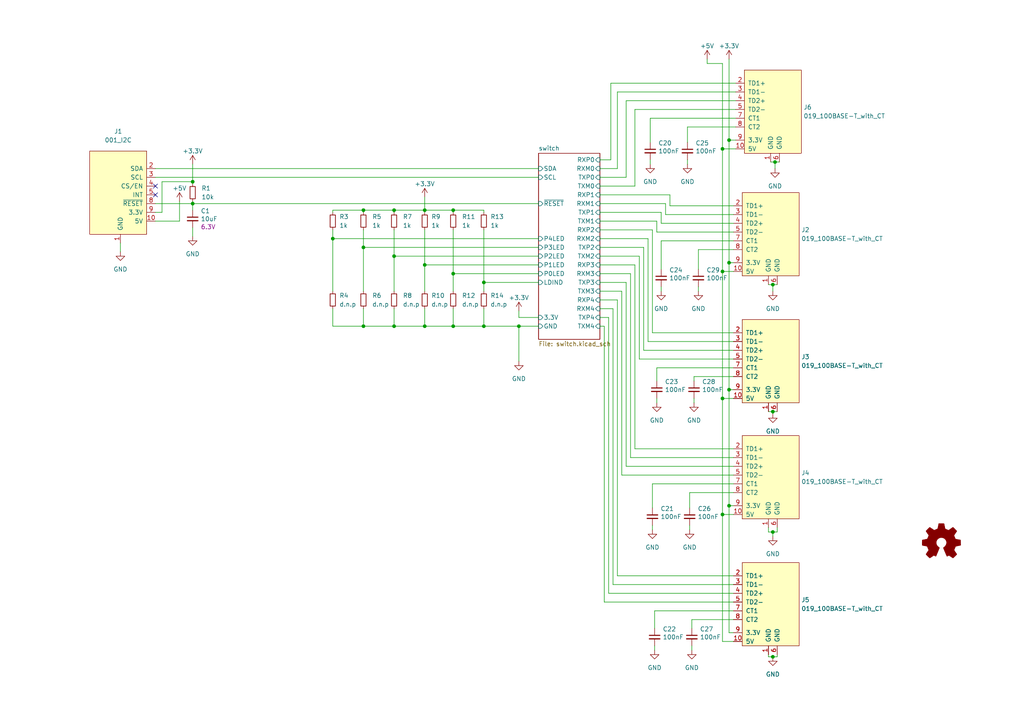
<source format=kicad_sch>
(kicad_sch (version 20211123) (generator eeschema)

  (uuid 57732dd3-1162-4c3f-88bd-31bf473d124d)

  (paper "A4")

  (lib_symbols
    (symbol "Device:C_Small" (pin_numbers hide) (pin_names (offset 0.254) hide) (in_bom yes) (on_board yes)
      (property "Reference" "C" (id 0) (at 0.254 1.778 0)
        (effects (font (size 1.27 1.27)) (justify left))
      )
      (property "Value" "C_Small" (id 1) (at 0.254 -2.032 0)
        (effects (font (size 1.27 1.27)) (justify left))
      )
      (property "Footprint" "" (id 2) (at 0 0 0)
        (effects (font (size 1.27 1.27)) hide)
      )
      (property "Datasheet" "~" (id 3) (at 0 0 0)
        (effects (font (size 1.27 1.27)) hide)
      )
      (property "ki_keywords" "capacitor cap" (id 4) (at 0 0 0)
        (effects (font (size 1.27 1.27)) hide)
      )
      (property "ki_description" "Unpolarized capacitor, small symbol" (id 5) (at 0 0 0)
        (effects (font (size 1.27 1.27)) hide)
      )
      (property "ki_fp_filters" "C_*" (id 6) (at 0 0 0)
        (effects (font (size 1.27 1.27)) hide)
      )
      (symbol "C_Small_0_1"
        (polyline
          (pts
            (xy -1.524 -0.508)
            (xy 1.524 -0.508)
          )
          (stroke (width 0.3302) (type default) (color 0 0 0 0))
          (fill (type none))
        )
        (polyline
          (pts
            (xy -1.524 0.508)
            (xy 1.524 0.508)
          )
          (stroke (width 0.3048) (type default) (color 0 0 0 0))
          (fill (type none))
        )
      )
      (symbol "C_Small_1_1"
        (pin passive line (at 0 2.54 270) (length 2.032)
          (name "~" (effects (font (size 1.27 1.27))))
          (number "1" (effects (font (size 1.27 1.27))))
        )
        (pin passive line (at 0 -2.54 90) (length 2.032)
          (name "~" (effects (font (size 1.27 1.27))))
          (number "2" (effects (font (size 1.27 1.27))))
        )
      )
    )
    (symbol "Device:R_Small" (pin_numbers hide) (pin_names (offset 0.254) hide) (in_bom yes) (on_board yes)
      (property "Reference" "R" (id 0) (at 0.762 0.508 0)
        (effects (font (size 1.27 1.27)) (justify left))
      )
      (property "Value" "R_Small" (id 1) (at 0.762 -1.016 0)
        (effects (font (size 1.27 1.27)) (justify left))
      )
      (property "Footprint" "" (id 2) (at 0 0 0)
        (effects (font (size 1.27 1.27)) hide)
      )
      (property "Datasheet" "~" (id 3) (at 0 0 0)
        (effects (font (size 1.27 1.27)) hide)
      )
      (property "ki_keywords" "R resistor" (id 4) (at 0 0 0)
        (effects (font (size 1.27 1.27)) hide)
      )
      (property "ki_description" "Resistor, small symbol" (id 5) (at 0 0 0)
        (effects (font (size 1.27 1.27)) hide)
      )
      (property "ki_fp_filters" "R_*" (id 6) (at 0 0 0)
        (effects (font (size 1.27 1.27)) hide)
      )
      (symbol "R_Small_0_1"
        (rectangle (start -0.762 1.778) (end 0.762 -1.778)
          (stroke (width 0.2032) (type default) (color 0 0 0 0))
          (fill (type none))
        )
      )
      (symbol "R_Small_1_1"
        (pin passive line (at 0 2.54 270) (length 0.762)
          (name "~" (effects (font (size 1.27 1.27))))
          (number "1" (effects (font (size 1.27 1.27))))
        )
        (pin passive line (at 0 -2.54 90) (length 0.762)
          (name "~" (effects (font (size 1.27 1.27))))
          (number "2" (effects (font (size 1.27 1.27))))
        )
      )
    )
    (symbol "Graphic:Logo_Open_Hardware_Small" (pin_names (offset 1.016)) (in_bom yes) (on_board yes)
      (property "Reference" "#LOGO" (id 0) (at 0 6.985 0)
        (effects (font (size 1.27 1.27)) hide)
      )
      (property "Value" "Logo_Open_Hardware_Small" (id 1) (at 0 -5.715 0)
        (effects (font (size 1.27 1.27)) hide)
      )
      (property "Footprint" "" (id 2) (at 0 0 0)
        (effects (font (size 1.27 1.27)) hide)
      )
      (property "Datasheet" "~" (id 3) (at 0 0 0)
        (effects (font (size 1.27 1.27)) hide)
      )
      (property "ki_keywords" "Logo" (id 4) (at 0 0 0)
        (effects (font (size 1.27 1.27)) hide)
      )
      (property "ki_description" "Open Hardware logo, small" (id 5) (at 0 0 0)
        (effects (font (size 1.27 1.27)) hide)
      )
      (symbol "Logo_Open_Hardware_Small_0_1"
        (polyline
          (pts
            (xy 3.3528 -4.3434)
            (xy 3.302 -4.318)
            (xy 3.175 -4.2418)
            (xy 2.9972 -4.1148)
            (xy 2.7686 -3.9624)
            (xy 2.54 -3.81)
            (xy 2.3622 -3.7084)
            (xy 2.2352 -3.6068)
            (xy 2.1844 -3.5814)
            (xy 2.159 -3.6068)
            (xy 2.0574 -3.6576)
            (xy 1.905 -3.7338)
            (xy 1.8034 -3.7846)
            (xy 1.6764 -3.8354)
            (xy 1.6002 -3.8354)
            (xy 1.6002 -3.8354)
            (xy 1.5494 -3.7338)
            (xy 1.4732 -3.5306)
            (xy 1.3462 -3.302)
            (xy 1.2446 -3.0226)
            (xy 1.1176 -2.7178)
            (xy 0.9652 -2.413)
            (xy 0.8636 -2.1082)
            (xy 0.7366 -1.8288)
            (xy 0.6604 -1.6256)
            (xy 0.6096 -1.4732)
            (xy 0.5842 -1.397)
            (xy 0.5842 -1.397)
            (xy 0.6604 -1.3208)
            (xy 0.7874 -1.2446)
            (xy 1.0414 -1.016)
            (xy 1.2954 -0.6858)
            (xy 1.4478 -0.3302)
            (xy 1.524 0.0762)
            (xy 1.4732 0.4572)
            (xy 1.3208 0.8128)
            (xy 1.0668 1.143)
            (xy 0.762 1.3716)
            (xy 0.4064 1.524)
            (xy 0 1.5748)
            (xy -0.381 1.5494)
            (xy -0.7366 1.397)
            (xy -1.0668 1.143)
            (xy -1.2192 0.9906)
            (xy -1.397 0.6604)
            (xy -1.524 0.3048)
            (xy -1.524 0.2286)
            (xy -1.4986 -0.1778)
            (xy -1.397 -0.5334)
            (xy -1.1938 -0.8636)
            (xy -0.9144 -1.143)
            (xy -0.8636 -1.1684)
            (xy -0.7366 -1.27)
            (xy -0.635 -1.3462)
            (xy -0.5842 -1.397)
            (xy -1.0668 -2.5908)
            (xy -1.143 -2.794)
            (xy -1.2954 -3.1242)
            (xy -1.397 -3.4036)
            (xy -1.4986 -3.6322)
            (xy -1.5748 -3.7846)
            (xy -1.6002 -3.8354)
            (xy -1.6002 -3.8354)
            (xy -1.651 -3.8354)
            (xy -1.7272 -3.81)
            (xy -1.905 -3.7338)
            (xy -2.0066 -3.683)
            (xy -2.1336 -3.6068)
            (xy -2.2098 -3.5814)
            (xy -2.2606 -3.6068)
            (xy -2.3622 -3.683)
            (xy -2.54 -3.81)
            (xy -2.7686 -3.9624)
            (xy -2.9718 -4.0894)
            (xy -3.1496 -4.2164)
            (xy -3.302 -4.318)
            (xy -3.3528 -4.3434)
            (xy -3.3782 -4.3434)
            (xy -3.429 -4.318)
            (xy -3.5306 -4.2164)
            (xy -3.7084 -4.064)
            (xy -3.937 -3.8354)
            (xy -3.9624 -3.81)
            (xy -4.1656 -3.6068)
            (xy -4.318 -3.4544)
            (xy -4.4196 -3.3274)
            (xy -4.445 -3.2766)
            (xy -4.445 -3.2766)
            (xy -4.4196 -3.2258)
            (xy -4.318 -3.0734)
            (xy -4.2164 -2.8956)
            (xy -4.064 -2.667)
            (xy -3.6576 -2.0828)
            (xy -3.8862 -1.5494)
            (xy -3.937 -1.3716)
            (xy -4.0386 -1.1684)
            (xy -4.0894 -1.0414)
            (xy -4.1148 -0.9652)
            (xy -4.191 -0.9398)
            (xy -4.318 -0.9144)
            (xy -4.5466 -0.8636)
            (xy -4.8006 -0.8128)
            (xy -5.0546 -0.7874)
            (xy -5.2578 -0.7366)
            (xy -5.4356 -0.7112)
            (xy -5.5118 -0.6858)
            (xy -5.5118 -0.6858)
            (xy -5.5372 -0.635)
            (xy -5.5372 -0.5588)
            (xy -5.5372 -0.4318)
            (xy -5.5626 -0.2286)
            (xy -5.5626 0.0762)
            (xy -5.5626 0.127)
            (xy -5.5372 0.4064)
            (xy -5.5372 0.635)
            (xy -5.5372 0.762)
            (xy -5.5372 0.8382)
            (xy -5.5372 0.8382)
            (xy -5.461 0.8382)
            (xy -5.3086 0.889)
            (xy -5.08 0.9144)
            (xy -4.826 0.9652)
            (xy -4.8006 0.9906)
            (xy -4.5466 1.0414)
            (xy -4.318 1.0668)
            (xy -4.1656 1.1176)
            (xy -4.0894 1.143)
            (xy -4.0894 1.143)
            (xy -4.0386 1.2446)
            (xy -3.9624 1.4224)
            (xy -3.8608 1.6256)
            (xy -3.7846 1.8288)
            (xy -3.7084 2.0066)
            (xy -3.6576 2.159)
            (xy -3.6322 2.2098)
            (xy -3.6322 2.2098)
            (xy -3.683 2.286)
            (xy -3.7592 2.413)
            (xy -3.8862 2.5908)
            (xy -4.064 2.8194)
            (xy -4.064 2.8448)
            (xy -4.2164 3.0734)
            (xy -4.3434 3.2512)
            (xy -4.4196 3.3782)
            (xy -4.445 3.4544)
            (xy -4.445 3.4544)
            (xy -4.3942 3.5052)
            (xy -4.2926 3.6322)
            (xy -4.1148 3.81)
            (xy -3.937 4.0132)
            (xy -3.8608 4.064)
            (xy -3.6576 4.2926)
            (xy -3.5052 4.4196)
            (xy -3.4036 4.4958)
            (xy -3.3528 4.5212)
            (xy -3.3528 4.5212)
            (xy -3.302 4.4704)
            (xy -3.1496 4.3688)
            (xy -2.9718 4.2418)
            (xy -2.7432 4.0894)
            (xy -2.7178 4.0894)
            (xy -2.4892 3.937)
            (xy -2.3114 3.81)
            (xy -2.1844 3.7084)
            (xy -2.1336 3.683)
            (xy -2.1082 3.683)
            (xy -2.032 3.7084)
            (xy -1.8542 3.7592)
            (xy -1.6764 3.8354)
            (xy -1.4732 3.937)
            (xy -1.27 4.0132)
            (xy -1.143 4.064)
            (xy -1.0668 4.1148)
            (xy -1.0668 4.1148)
            (xy -1.0414 4.191)
            (xy -1.016 4.3434)
            (xy -0.9652 4.572)
            (xy -0.9144 4.8514)
            (xy -0.889 4.9022)
            (xy -0.8382 5.1562)
            (xy -0.8128 5.3848)
            (xy -0.7874 5.5372)
            (xy -0.762 5.588)
            (xy -0.7112 5.6134)
            (xy -0.5842 5.6134)
            (xy -0.4064 5.6134)
            (xy -0.1524 5.6134)
            (xy 0.0762 5.6134)
            (xy 0.3302 5.6134)
            (xy 0.5334 5.6134)
            (xy 0.6858 5.588)
            (xy 0.7366 5.588)
            (xy 0.7366 5.588)
            (xy 0.762 5.5118)
            (xy 0.8128 5.334)
            (xy 0.8382 5.1054)
            (xy 0.9144 4.826)
            (xy 0.9144 4.7752)
            (xy 0.9652 4.5212)
            (xy 1.016 4.2926)
            (xy 1.0414 4.1402)
            (xy 1.0668 4.0894)
            (xy 1.0668 4.0894)
            (xy 1.1938 4.0386)
            (xy 1.3716 3.9624)
            (xy 1.5748 3.8608)
            (xy 2.0828 3.6576)
            (xy 2.7178 4.0894)
            (xy 2.7686 4.1402)
            (xy 2.9972 4.2926)
            (xy 3.175 4.4196)
            (xy 3.302 4.4958)
            (xy 3.3782 4.5212)
            (xy 3.3782 4.5212)
            (xy 3.429 4.4704)
            (xy 3.556 4.3434)
            (xy 3.7338 4.191)
            (xy 3.9116 3.9878)
            (xy 4.064 3.8354)
            (xy 4.2418 3.6576)
            (xy 4.3434 3.556)
            (xy 4.4196 3.4798)
            (xy 4.4196 3.429)
            (xy 4.4196 3.4036)
            (xy 4.3942 3.3274)
            (xy 4.2926 3.2004)
            (xy 4.1656 2.9972)
            (xy 4.0132 2.794)
            (xy 3.8862 2.5908)
            (xy 3.7592 2.3876)
            (xy 3.6576 2.2352)
            (xy 3.6322 2.159)
            (xy 3.6322 2.1336)
            (xy 3.683 2.0066)
            (xy 3.7592 1.8288)
            (xy 3.8608 1.6002)
            (xy 4.064 1.1176)
            (xy 4.3942 1.0414)
            (xy 4.5974 1.016)
            (xy 4.8768 0.9652)
            (xy 5.1308 0.9144)
            (xy 5.5372 0.8382)
            (xy 5.5626 -0.6604)
            (xy 5.4864 -0.6858)
            (xy 5.4356 -0.6858)
            (xy 5.2832 -0.7366)
            (xy 5.0546 -0.762)
            (xy 4.8006 -0.8128)
            (xy 4.5974 -0.8636)
            (xy 4.3688 -0.9144)
            (xy 4.2164 -0.9398)
            (xy 4.1402 -0.9398)
            (xy 4.1148 -0.9652)
            (xy 4.064 -1.0668)
            (xy 3.9878 -1.2446)
            (xy 3.9116 -1.4478)
            (xy 3.81 -1.651)
            (xy 3.7338 -1.8542)
            (xy 3.683 -2.0066)
            (xy 3.6576 -2.0828)
            (xy 3.683 -2.1336)
            (xy 3.7846 -2.2606)
            (xy 3.8862 -2.4638)
            (xy 4.0386 -2.667)
            (xy 4.191 -2.8956)
            (xy 4.318 -3.0734)
            (xy 4.3942 -3.2004)
            (xy 4.445 -3.2766)
            (xy 4.4196 -3.3274)
            (xy 4.3434 -3.429)
            (xy 4.1656 -3.5814)
            (xy 3.937 -3.8354)
            (xy 3.8862 -3.8608)
            (xy 3.683 -4.064)
            (xy 3.5306 -4.2164)
            (xy 3.4036 -4.318)
            (xy 3.3528 -4.3434)
          )
          (stroke (width 0) (type default) (color 0 0 0 0))
          (fill (type outline))
        )
      )
    )
    (symbol "power:+3.3V" (power) (pin_names (offset 0)) (in_bom yes) (on_board yes)
      (property "Reference" "#PWR" (id 0) (at 0 -3.81 0)
        (effects (font (size 1.27 1.27)) hide)
      )
      (property "Value" "+3.3V" (id 1) (at 0 3.556 0)
        (effects (font (size 1.27 1.27)))
      )
      (property "Footprint" "" (id 2) (at 0 0 0)
        (effects (font (size 1.27 1.27)) hide)
      )
      (property "Datasheet" "" (id 3) (at 0 0 0)
        (effects (font (size 1.27 1.27)) hide)
      )
      (property "ki_keywords" "power-flag" (id 4) (at 0 0 0)
        (effects (font (size 1.27 1.27)) hide)
      )
      (property "ki_description" "Power symbol creates a global label with name \"+3.3V\"" (id 5) (at 0 0 0)
        (effects (font (size 1.27 1.27)) hide)
      )
      (symbol "+3.3V_0_1"
        (polyline
          (pts
            (xy -0.762 1.27)
            (xy 0 2.54)
          )
          (stroke (width 0) (type default) (color 0 0 0 0))
          (fill (type none))
        )
        (polyline
          (pts
            (xy 0 0)
            (xy 0 2.54)
          )
          (stroke (width 0) (type default) (color 0 0 0 0))
          (fill (type none))
        )
        (polyline
          (pts
            (xy 0 2.54)
            (xy 0.762 1.27)
          )
          (stroke (width 0) (type default) (color 0 0 0 0))
          (fill (type none))
        )
      )
      (symbol "+3.3V_1_1"
        (pin power_in line (at 0 0 90) (length 0) hide
          (name "+3.3V" (effects (font (size 1.27 1.27))))
          (number "1" (effects (font (size 1.27 1.27))))
        )
      )
    )
    (symbol "power:+5V" (power) (pin_names (offset 0)) (in_bom yes) (on_board yes)
      (property "Reference" "#PWR" (id 0) (at 0 -3.81 0)
        (effects (font (size 1.27 1.27)) hide)
      )
      (property "Value" "+5V" (id 1) (at 0 3.556 0)
        (effects (font (size 1.27 1.27)))
      )
      (property "Footprint" "" (id 2) (at 0 0 0)
        (effects (font (size 1.27 1.27)) hide)
      )
      (property "Datasheet" "" (id 3) (at 0 0 0)
        (effects (font (size 1.27 1.27)) hide)
      )
      (property "ki_keywords" "power-flag" (id 4) (at 0 0 0)
        (effects (font (size 1.27 1.27)) hide)
      )
      (property "ki_description" "Power symbol creates a global label with name \"+5V\"" (id 5) (at 0 0 0)
        (effects (font (size 1.27 1.27)) hide)
      )
      (symbol "+5V_0_1"
        (polyline
          (pts
            (xy -0.762 1.27)
            (xy 0 2.54)
          )
          (stroke (width 0) (type default) (color 0 0 0 0))
          (fill (type none))
        )
        (polyline
          (pts
            (xy 0 0)
            (xy 0 2.54)
          )
          (stroke (width 0) (type default) (color 0 0 0 0))
          (fill (type none))
        )
        (polyline
          (pts
            (xy 0 2.54)
            (xy 0.762 1.27)
          )
          (stroke (width 0) (type default) (color 0 0 0 0))
          (fill (type none))
        )
      )
      (symbol "+5V_1_1"
        (pin power_in line (at 0 0 90) (length 0) hide
          (name "+5V" (effects (font (size 1.27 1.27))))
          (number "1" (effects (font (size 1.27 1.27))))
        )
      )
    )
    (symbol "power:GND" (power) (pin_names (offset 0)) (in_bom yes) (on_board yes)
      (property "Reference" "#PWR" (id 0) (at 0 -6.35 0)
        (effects (font (size 1.27 1.27)) hide)
      )
      (property "Value" "GND" (id 1) (at 0 -3.81 0)
        (effects (font (size 1.27 1.27)))
      )
      (property "Footprint" "" (id 2) (at 0 0 0)
        (effects (font (size 1.27 1.27)) hide)
      )
      (property "Datasheet" "" (id 3) (at 0 0 0)
        (effects (font (size 1.27 1.27)) hide)
      )
      (property "ki_keywords" "power-flag" (id 4) (at 0 0 0)
        (effects (font (size 1.27 1.27)) hide)
      )
      (property "ki_description" "Power symbol creates a global label with name \"GND\" , ground" (id 5) (at 0 0 0)
        (effects (font (size 1.27 1.27)) hide)
      )
      (symbol "GND_0_1"
        (polyline
          (pts
            (xy 0 0)
            (xy 0 -1.27)
            (xy 1.27 -1.27)
            (xy 0 -2.54)
            (xy -1.27 -1.27)
            (xy 0 -1.27)
          )
          (stroke (width 0) (type default) (color 0 0 0 0))
          (fill (type none))
        )
      )
      (symbol "GND_1_1"
        (pin power_in line (at 0 0 270) (length 0) hide
          (name "GND" (effects (font (size 1.27 1.27))))
          (number "1" (effects (font (size 1.27 1.27))))
        )
      )
    )
    (symbol "put_on_edge:001_I2C" (pin_names (offset 1.016)) (in_bom yes) (on_board yes)
      (property "Reference" "J" (id 0) (at -2.54 13.97 0)
        (effects (font (size 1.27 1.27)))
      )
      (property "Value" "001_I2C" (id 1) (at 8.89 13.97 0)
        (effects (font (size 1.27 1.27)))
      )
      (property "Footprint" "" (id 2) (at 7.62 16.51 0)
        (effects (font (size 1.27 1.27)) hide)
      )
      (property "Datasheet" "" (id 3) (at 7.62 16.51 0)
        (effects (font (size 1.27 1.27)) hide)
      )
      (symbol "001_I2C_0_1"
        (rectangle (start -8.89 12.7) (end 7.62 -11.43)
          (stroke (width 0) (type default) (color 0 0 0 0))
          (fill (type background))
        )
      )
      (symbol "001_I2C_1_1"
        (pin power_in line (at -1.27 -13.97 90) (length 2.54)
          (name "GND" (effects (font (size 1.27 1.27))))
          (number "1" (effects (font (size 1.27 1.27))))
        )
        (pin power_in line (at -11.43 -7.62 0) (length 2.54)
          (name "5V" (effects (font (size 1.27 1.27))))
          (number "10" (effects (font (size 1.27 1.27))))
        )
        (pin bidirectional line (at -11.43 7.62 0) (length 2.54)
          (name "SDA" (effects (font (size 1.27 1.27))))
          (number "2" (effects (font (size 1.27 1.27))))
        )
        (pin bidirectional line (at -11.43 5.08 0) (length 2.54)
          (name "SCL" (effects (font (size 1.27 1.27))))
          (number "3" (effects (font (size 1.27 1.27))))
        )
        (pin bidirectional line (at -11.43 2.54 0) (length 2.54)
          (name "CS/EN" (effects (font (size 1.27 1.27))))
          (number "4" (effects (font (size 1.27 1.27))))
        )
        (pin bidirectional line (at -11.43 0 0) (length 2.54)
          (name "INT" (effects (font (size 1.27 1.27))))
          (number "5" (effects (font (size 1.27 1.27))))
        )
        (pin bidirectional line (at -11.43 -2.54 0) (length 2.54)
          (name "~{RESET}" (effects (font (size 1.27 1.27))))
          (number "8" (effects (font (size 1.27 1.27))))
        )
        (pin power_in line (at -11.43 -5.08 0) (length 2.54)
          (name "3.3V" (effects (font (size 1.27 1.27))))
          (number "9" (effects (font (size 1.27 1.27))))
        )
      )
    )
    (symbol "put_on_edge:019_100BASE-T_with_CT" (pin_names (offset 1.016)) (in_bom yes) (on_board yes)
      (property "Reference" "J" (id 0) (at -2.54 13.97 0)
        (effects (font (size 1.27 1.27)))
      )
      (property "Value" "019_100BASE-T_with_CT" (id 1) (at 8.89 13.97 0)
        (effects (font (size 1.27 1.27)))
      )
      (property "Footprint" "" (id 2) (at 7.62 16.51 0)
        (effects (font (size 1.27 1.27)) hide)
      )
      (property "Datasheet" "" (id 3) (at 7.62 16.51 0)
        (effects (font (size 1.27 1.27)) hide)
      )
      (symbol "019_100BASE-T_with_CT_0_1"
        (rectangle (start -8.89 12.7) (end 7.62 -11.43)
          (stroke (width 0) (type default) (color 0 0 0 0))
          (fill (type background))
        )
      )
      (symbol "019_100BASE-T_with_CT_1_1"
        (pin power_in line (at -1.27 -13.97 90) (length 2.54)
          (name "GND" (effects (font (size 1.27 1.27))))
          (number "1" (effects (font (size 1.27 1.27))))
        )
        (pin bidirectional line (at -11.43 -10.16 0) (length 2.54)
          (name "5V" (effects (font (size 1.27 1.27))))
          (number "10" (effects (font (size 1.27 1.27))))
        )
        (pin bidirectional line (at -11.43 8.89 0) (length 2.54)
          (name "TD1+" (effects (font (size 1.27 1.27))))
          (number "2" (effects (font (size 1.27 1.27))))
        )
        (pin bidirectional line (at -11.43 6.35 0) (length 2.54)
          (name "TD1-" (effects (font (size 1.27 1.27))))
          (number "3" (effects (font (size 1.27 1.27))))
        )
        (pin bidirectional line (at -11.43 3.81 0) (length 2.54)
          (name "TD2+" (effects (font (size 1.27 1.27))))
          (number "4" (effects (font (size 1.27 1.27))))
        )
        (pin bidirectional line (at -11.43 1.27 0) (length 2.54)
          (name "TD2-" (effects (font (size 1.27 1.27))))
          (number "5" (effects (font (size 1.27 1.27))))
        )
        (pin power_in line (at 1.27 -13.97 90) (length 2.54)
          (name "GND" (effects (font (size 1.27 1.27))))
          (number "6" (effects (font (size 1.27 1.27))))
        )
        (pin bidirectional line (at -11.43 -1.27 0) (length 2.54)
          (name "CT1" (effects (font (size 1.27 1.27))))
          (number "7" (effects (font (size 1.27 1.27))))
        )
        (pin bidirectional line (at -11.43 -3.81 0) (length 2.54)
          (name "CT2" (effects (font (size 1.27 1.27))))
          (number "8" (effects (font (size 1.27 1.27))))
        )
        (pin bidirectional line (at -11.43 -7.62 0) (length 2.54)
          (name "3.3V" (effects (font (size 1.27 1.27))))
          (number "9" (effects (font (size 1.27 1.27))))
        )
      )
    )
  )

  (junction (at 224.155 119.38) (diameter 0) (color 0 0 0 0)
    (uuid 0c1081c9-401c-4449-b1ad-9afb9e07e98d)
  )
  (junction (at 140.335 94.615) (diameter 0) (color 0 0 0 0)
    (uuid 0c143d08-f57a-4c84-99dd-6ae1996c9881)
  )
  (junction (at 224.155 82.55) (diameter 0) (color 0 0 0 0)
    (uuid 0d6497d4-7276-49d2-8acb-d098b0b974f9)
  )
  (junction (at 211.455 113.03) (diameter 0) (color 0 0 0 0)
    (uuid 18f781ab-2fc0-4bbb-add6-9e039fc78474)
  )
  (junction (at 211.455 40.64) (diameter 0) (color 0 0 0 0)
    (uuid 1f5f5b6e-e342-42a8-883a-07707f1e72b4)
  )
  (junction (at 55.88 59.055) (diameter 0) (color 0 0 0 0)
    (uuid 22a2e0b0-bef7-4336-8813-ee7dbeb21f77)
  )
  (junction (at 131.445 60.96) (diameter 0) (color 0 0 0 0)
    (uuid 35b96e59-51c1-48c9-a4c9-d0e5dbef229b)
  )
  (junction (at 131.445 79.375) (diameter 0) (color 0 0 0 0)
    (uuid 43d70045-3988-43ab-a997-2fb14fa7486c)
  )
  (junction (at 105.41 71.755) (diameter 0) (color 0 0 0 0)
    (uuid 5403f2f6-4a92-487f-9f97-07d5972c319c)
  )
  (junction (at 123.19 60.96) (diameter 0) (color 0 0 0 0)
    (uuid 5699ad5c-867e-456f-be86-eb3b102c7a87)
  )
  (junction (at 55.88 52.705) (diameter 0) (color 0 0 0 0)
    (uuid 5f26f6ba-692a-4220-931f-0d701a4859b9)
  )
  (junction (at 123.19 76.835) (diameter 0) (color 0 0 0 0)
    (uuid 6b341d5a-faf0-4811-962e-7ac3d63ef3e1)
  )
  (junction (at 96.52 69.215) (diameter 0) (color 0 0 0 0)
    (uuid 70d4f81e-b105-4198-ae11-ec221d1cba05)
  )
  (junction (at 224.155 190.5) (diameter 0) (color 0 0 0 0)
    (uuid 7390552f-eb34-4e54-afb2-7870661358fb)
  )
  (junction (at 224.79 46.99) (diameter 0) (color 0 0 0 0)
    (uuid 7c18b0a0-cb09-45b6-a0aa-dbb4b82e24af)
  )
  (junction (at 105.41 94.615) (diameter 0) (color 0 0 0 0)
    (uuid 7e570548-2358-4b09-a0eb-636e1d2f909e)
  )
  (junction (at 209.55 115.57) (diameter 0) (color 0 0 0 0)
    (uuid 894f271d-4cae-4b0c-a97f-0732d2de3627)
  )
  (junction (at 211.455 146.685) (diameter 0) (color 0 0 0 0)
    (uuid 9b26b5a1-c834-493c-ae13-5951f6ef66ec)
  )
  (junction (at 209.55 149.225) (diameter 0) (color 0 0 0 0)
    (uuid a0d25575-6024-4a41-b04d-bb5f59128d5c)
  )
  (junction (at 211.455 76.2) (diameter 0) (color 0 0 0 0)
    (uuid a3c51ad4-6bea-4440-b319-b1238f64ded4)
  )
  (junction (at 224.155 154.305) (diameter 0) (color 0 0 0 0)
    (uuid aa7955c2-6912-4745-afa8-281927ee1b6b)
  )
  (junction (at 131.445 94.615) (diameter 0) (color 0 0 0 0)
    (uuid b23dd165-6c79-4cf5-9f4e-dc13b2b61260)
  )
  (junction (at 140.335 81.915) (diameter 0) (color 0 0 0 0)
    (uuid b43065e5-bba6-4e3f-987a-cfcabde16b0f)
  )
  (junction (at 150.495 94.615) (diameter 0) (color 0 0 0 0)
    (uuid ccdd3dbb-6a82-41b6-87b8-495a231532d5)
  )
  (junction (at 105.41 60.96) (diameter 0) (color 0 0 0 0)
    (uuid d0a12a5d-7045-4846-839e-2d3692bdce59)
  )
  (junction (at 114.3 94.615) (diameter 0) (color 0 0 0 0)
    (uuid e530ec7b-c62e-458f-aa43-82fee4c9679a)
  )
  (junction (at 209.55 43.18) (diameter 0) (color 0 0 0 0)
    (uuid e88670fa-2286-40e1-acad-ad9193d2e546)
  )
  (junction (at 123.19 94.615) (diameter 0) (color 0 0 0 0)
    (uuid f4de533d-33c9-4e0d-b653-fd15d5724626)
  )
  (junction (at 114.3 60.96) (diameter 0) (color 0 0 0 0)
    (uuid f5001312-0580-4e67-a7e9-c8479b63242f)
  )
  (junction (at 114.3 74.295) (diameter 0) (color 0 0 0 0)
    (uuid fce4b9f8-9033-49ef-bc7e-c2ef72f0a5fb)
  )
  (junction (at 209.55 78.74) (diameter 0) (color 0 0 0 0)
    (uuid ff98dbe2-a3cc-448f-a475-d1ab53d38747)
  )

  (no_connect (at 45.085 53.975) (uuid 1f77d8ad-2e6c-40c3-848b-0ce4e8bc4552))
  (no_connect (at 45.085 56.515) (uuid 1f77d8ad-2e6c-40c3-848b-0ce4e8bc4553))

  (wire (pts (xy 114.3 60.96) (xy 123.19 60.96))
    (stroke (width 0) (type default) (color 0 0 0 0))
    (uuid 006cd6f9-c84c-4c31-b9ca-a86a73834756)
  )
  (wire (pts (xy 188.595 41.275) (xy 188.595 34.29))
    (stroke (width 0) (type default) (color 0 0 0 0))
    (uuid 00ee1b12-56f6-49c7-b55b-02c1d73ef54a)
  )
  (wire (pts (xy 173.99 61.595) (xy 191.77 61.595))
    (stroke (width 0) (type default) (color 0 0 0 0))
    (uuid 025e568a-5cdc-4667-b81f-ff7c5cb32d52)
  )
  (wire (pts (xy 189.23 96.52) (xy 212.725 96.52))
    (stroke (width 0) (type default) (color 0 0 0 0))
    (uuid 0283f306-d0e6-4fd3-9ea2-10d432a4aaf5)
  )
  (wire (pts (xy 199.39 41.275) (xy 199.39 36.83))
    (stroke (width 0) (type default) (color 0 0 0 0))
    (uuid 03be939b-efab-4886-9b62-123111aa0549)
  )
  (wire (pts (xy 190.5 110.49) (xy 190.5 106.68))
    (stroke (width 0) (type default) (color 0 0 0 0))
    (uuid 04116b51-0b5f-44e4-84ee-326b73d84759)
  )
  (wire (pts (xy 187.96 99.06) (xy 187.96 69.215))
    (stroke (width 0) (type default) (color 0 0 0 0))
    (uuid 0890c1ac-5831-4b36-a630-0a4cab3d5c2f)
  )
  (wire (pts (xy 185.42 74.295) (xy 173.99 74.295))
    (stroke (width 0) (type default) (color 0 0 0 0))
    (uuid 0a0d78c1-a267-44c2-8b78-6c93e0e63950)
  )
  (wire (pts (xy 190.5 64.135) (xy 173.99 64.135))
    (stroke (width 0) (type default) (color 0 0 0 0))
    (uuid 0e691993-c2fa-4e2d-b681-669b0aef88b4)
  )
  (wire (pts (xy 182.88 79.375) (xy 173.99 79.375))
    (stroke (width 0) (type default) (color 0 0 0 0))
    (uuid 0fc39f32-b395-4a02-b688-11beabf2a4b6)
  )
  (wire (pts (xy 55.88 52.705) (xy 46.99 52.705))
    (stroke (width 0) (type default) (color 0 0 0 0))
    (uuid 13224797-01c2-4731-88b2-6cd657dcc976)
  )
  (wire (pts (xy 191.77 61.595) (xy 191.77 64.77))
    (stroke (width 0) (type default) (color 0 0 0 0))
    (uuid 14be7544-b7a1-49b5-9de0-655c86efa0f3)
  )
  (wire (pts (xy 200.025 152.4) (xy 200.025 153.67))
    (stroke (width 0) (type default) (color 0 0 0 0))
    (uuid 1638d6b7-aa11-4505-9289-e18389436688)
  )
  (wire (pts (xy 201.295 110.49) (xy 201.295 109.22))
    (stroke (width 0) (type default) (color 0 0 0 0))
    (uuid 16c475ee-4fea-4e28-b839-a3290530389f)
  )
  (wire (pts (xy 105.41 60.96) (xy 105.41 61.595))
    (stroke (width 0) (type default) (color 0 0 0 0))
    (uuid 17d0dfa7-ec6c-4d53-b940-7f9c5b899b24)
  )
  (wire (pts (xy 189.865 182.245) (xy 189.865 177.165))
    (stroke (width 0) (type default) (color 0 0 0 0))
    (uuid 18cfd63d-9644-4bd8-a720-0bd78666164b)
  )
  (wire (pts (xy 175.26 174.625) (xy 212.725 174.625))
    (stroke (width 0) (type default) (color 0 0 0 0))
    (uuid 1bfa362f-8401-456f-8fc6-ab0fff08dacc)
  )
  (wire (pts (xy 224.79 46.99) (xy 226.06 46.99))
    (stroke (width 0) (type default) (color 0 0 0 0))
    (uuid 1c0b83e3-e9bb-4814-815f-706561ef6ded)
  )
  (wire (pts (xy 34.925 70.485) (xy 34.925 73.025))
    (stroke (width 0) (type default) (color 0 0 0 0))
    (uuid 1cc0bbef-8164-41bc-9ac9-59e27817683d)
  )
  (wire (pts (xy 181.61 29.21) (xy 213.36 29.21))
    (stroke (width 0) (type default) (color 0 0 0 0))
    (uuid 1d9841dc-d466-4e92-8bd6-15aa82bcd241)
  )
  (wire (pts (xy 96.52 69.215) (xy 156.21 69.215))
    (stroke (width 0) (type default) (color 0 0 0 0))
    (uuid 1e374f28-1065-479f-8717-016452796021)
  )
  (wire (pts (xy 212.725 99.06) (xy 187.96 99.06))
    (stroke (width 0) (type default) (color 0 0 0 0))
    (uuid 2115a0c0-9176-471a-b758-fb12f8ec32d3)
  )
  (wire (pts (xy 209.55 186.055) (xy 209.55 149.225))
    (stroke (width 0) (type default) (color 0 0 0 0))
    (uuid 2255e912-00b2-4788-b4f7-b4d0dc951a2c)
  )
  (wire (pts (xy 131.445 61.595) (xy 131.445 60.96))
    (stroke (width 0) (type default) (color 0 0 0 0))
    (uuid 29d7343a-19e0-4559-ba81-fa63c14654f5)
  )
  (wire (pts (xy 176.53 92.075) (xy 176.53 172.085))
    (stroke (width 0) (type default) (color 0 0 0 0))
    (uuid 2a47f098-e8f4-4f08-bea3-bbf26b6f90cf)
  )
  (wire (pts (xy 224.155 154.305) (xy 225.425 154.305))
    (stroke (width 0) (type default) (color 0 0 0 0))
    (uuid 2b8f355e-71cc-4e30-9273-0f6a17107c0d)
  )
  (wire (pts (xy 193.04 59.055) (xy 173.99 59.055))
    (stroke (width 0) (type default) (color 0 0 0 0))
    (uuid 2ee56f35-09a9-4221-868a-348c43c2e119)
  )
  (wire (pts (xy 150.495 90.17) (xy 150.495 92.075))
    (stroke (width 0) (type default) (color 0 0 0 0))
    (uuid 30939f21-3b51-4189-b4d9-60406d597c18)
  )
  (wire (pts (xy 222.885 189.865) (xy 222.885 190.5))
    (stroke (width 0) (type default) (color 0 0 0 0))
    (uuid 30b0e390-0424-473d-9971-b203796e77d2)
  )
  (wire (pts (xy 45.085 59.055) (xy 55.88 59.055))
    (stroke (width 0) (type default) (color 0 0 0 0))
    (uuid 31ecc9bf-87fe-480f-a87f-5a67ccaf3307)
  )
  (wire (pts (xy 123.19 76.835) (xy 156.21 76.835))
    (stroke (width 0) (type default) (color 0 0 0 0))
    (uuid 36abbbcb-386c-4d4c-832d-4943b1d12f8f)
  )
  (wire (pts (xy 194.31 59.69) (xy 212.725 59.69))
    (stroke (width 0) (type default) (color 0 0 0 0))
    (uuid 39625091-050b-41e7-a513-c75c451a0c44)
  )
  (wire (pts (xy 114.3 66.675) (xy 114.3 74.295))
    (stroke (width 0) (type default) (color 0 0 0 0))
    (uuid 39758980-af22-4269-b0e3-55bb01e92757)
  )
  (wire (pts (xy 209.55 115.57) (xy 209.55 78.74))
    (stroke (width 0) (type default) (color 0 0 0 0))
    (uuid 3a487d05-7904-44c0-8dec-b83a1feead24)
  )
  (wire (pts (xy 123.19 76.835) (xy 123.19 84.455))
    (stroke (width 0) (type default) (color 0 0 0 0))
    (uuid 3a4a7685-2e93-47d9-838a-185563e5bc84)
  )
  (wire (pts (xy 212.725 62.23) (xy 193.04 62.23))
    (stroke (width 0) (type default) (color 0 0 0 0))
    (uuid 3aa1b0de-6eef-49f5-a1b2-9fffa1d7e1d1)
  )
  (wire (pts (xy 211.455 113.03) (xy 211.455 76.2))
    (stroke (width 0) (type default) (color 0 0 0 0))
    (uuid 4128ec89-f860-4f86-9ec6-ecb970233108)
  )
  (wire (pts (xy 176.53 172.085) (xy 212.725 172.085))
    (stroke (width 0) (type default) (color 0 0 0 0))
    (uuid 422c8184-8148-42b8-9eb3-9cf4a91dbf2d)
  )
  (wire (pts (xy 225.425 189.865) (xy 225.425 190.5))
    (stroke (width 0) (type default) (color 0 0 0 0))
    (uuid 4392c4a1-b8ba-4c5d-a6c4-be14f630fef5)
  )
  (wire (pts (xy 194.31 56.515) (xy 194.31 59.69))
    (stroke (width 0) (type default) (color 0 0 0 0))
    (uuid 453a4ccd-8514-4093-93ac-586e36cff7e4)
  )
  (wire (pts (xy 123.19 57.15) (xy 123.19 60.96))
    (stroke (width 0) (type default) (color 0 0 0 0))
    (uuid 4659b99f-a701-4495-a811-ec41c334c65b)
  )
  (wire (pts (xy 180.34 84.455) (xy 173.99 84.455))
    (stroke (width 0) (type default) (color 0 0 0 0))
    (uuid 48bccf63-7a70-4f60-93c0-2eb3a2881352)
  )
  (wire (pts (xy 212.725 104.14) (xy 185.42 104.14))
    (stroke (width 0) (type default) (color 0 0 0 0))
    (uuid 49c7d806-a9fe-40a0-8785-d870d21b0bb8)
  )
  (wire (pts (xy 209.55 78.74) (xy 209.55 43.18))
    (stroke (width 0) (type default) (color 0 0 0 0))
    (uuid 49ce489c-2e10-4c3c-a3ca-7c0672e02908)
  )
  (wire (pts (xy 200.66 187.325) (xy 200.66 188.595))
    (stroke (width 0) (type default) (color 0 0 0 0))
    (uuid 4a4d10ff-a01e-458e-aace-ade0ff0927ae)
  )
  (wire (pts (xy 123.19 60.96) (xy 131.445 60.96))
    (stroke (width 0) (type default) (color 0 0 0 0))
    (uuid 4aac5d84-34f1-479d-a09d-75b747bd8a46)
  )
  (wire (pts (xy 45.085 48.895) (xy 156.21 48.895))
    (stroke (width 0) (type default) (color 0 0 0 0))
    (uuid 4b1f4e01-88f0-442f-ab1e-f39717b1deb9)
  )
  (wire (pts (xy 150.495 92.075) (xy 156.21 92.075))
    (stroke (width 0) (type default) (color 0 0 0 0))
    (uuid 4c005a76-925c-47ed-bc55-67517d87611c)
  )
  (wire (pts (xy 123.19 61.595) (xy 123.19 60.96))
    (stroke (width 0) (type default) (color 0 0 0 0))
    (uuid 4d868259-a4ec-4f18-8dbe-0faa85c6eb05)
  )
  (wire (pts (xy 209.55 115.57) (xy 212.725 115.57))
    (stroke (width 0) (type default) (color 0 0 0 0))
    (uuid 50b0cc3f-34ef-4c90-a6c7-bcdf0d9d5fea)
  )
  (wire (pts (xy 105.41 71.755) (xy 156.21 71.755))
    (stroke (width 0) (type default) (color 0 0 0 0))
    (uuid 52a2aea2-31b8-4c16-ac15-11127e0af9b7)
  )
  (wire (pts (xy 199.39 46.355) (xy 199.39 47.625))
    (stroke (width 0) (type default) (color 0 0 0 0))
    (uuid 530a83b8-5c06-4e59-b984-31e4db4571e4)
  )
  (wire (pts (xy 189.865 177.165) (xy 212.725 177.165))
    (stroke (width 0) (type default) (color 0 0 0 0))
    (uuid 53894707-4028-48e5-97e2-051a87dcc724)
  )
  (wire (pts (xy 191.77 64.77) (xy 212.725 64.77))
    (stroke (width 0) (type default) (color 0 0 0 0))
    (uuid 554cbd26-649f-4b10-8c6c-1595e3c7bdcd)
  )
  (wire (pts (xy 211.455 17.145) (xy 211.455 40.64))
    (stroke (width 0) (type default) (color 0 0 0 0))
    (uuid 56ca8a6d-a8ec-4ea5-a951-223be94c6622)
  )
  (wire (pts (xy 52.07 58.42) (xy 52.07 64.135))
    (stroke (width 0) (type default) (color 0 0 0 0))
    (uuid 5986bb0c-8a5a-489a-a062-744a59fd061b)
  )
  (wire (pts (xy 212.725 132.715) (xy 182.88 132.715))
    (stroke (width 0) (type default) (color 0 0 0 0))
    (uuid 59d9ab92-4667-40f4-afde-d4ada51d18a1)
  )
  (wire (pts (xy 114.3 74.295) (xy 156.21 74.295))
    (stroke (width 0) (type default) (color 0 0 0 0))
    (uuid 59efe293-d7ee-4217-8a67-a6c4167644c9)
  )
  (wire (pts (xy 150.495 94.615) (xy 150.495 104.775))
    (stroke (width 0) (type default) (color 0 0 0 0))
    (uuid 5a1fc14d-1d6f-444c-82b2-77ce3f0eeb3f)
  )
  (wire (pts (xy 96.52 94.615) (xy 105.41 94.615))
    (stroke (width 0) (type default) (color 0 0 0 0))
    (uuid 5b0c2c46-0aba-47cf-8964-afafdd85699c)
  )
  (wire (pts (xy 209.55 78.74) (xy 212.725 78.74))
    (stroke (width 0) (type default) (color 0 0 0 0))
    (uuid 5bf4d1ab-5a79-4602-96fc-61b455014362)
  )
  (wire (pts (xy 188.595 34.29) (xy 213.36 34.29))
    (stroke (width 0) (type default) (color 0 0 0 0))
    (uuid 5e11818a-bf4c-4da7-9af4-c87393e075dd)
  )
  (wire (pts (xy 202.565 83.185) (xy 202.565 84.455))
    (stroke (width 0) (type default) (color 0 0 0 0))
    (uuid 5f0b7789-8f0e-410c-b8a2-760068441041)
  )
  (wire (pts (xy 200.025 147.32) (xy 200.025 142.875))
    (stroke (width 0) (type default) (color 0 0 0 0))
    (uuid 5fde218c-91a5-41a6-a221-69e2172c4e9d)
  )
  (wire (pts (xy 224.79 46.99) (xy 224.79 48.895))
    (stroke (width 0) (type default) (color 0 0 0 0))
    (uuid 6116328e-73dd-4541-be06-032dda3940bb)
  )
  (wire (pts (xy 200.66 182.245) (xy 200.66 179.705))
    (stroke (width 0) (type default) (color 0 0 0 0))
    (uuid 623b9c54-9acd-4e93-b9b2-ee27e7c063d2)
  )
  (wire (pts (xy 173.99 66.675) (xy 189.23 66.675))
    (stroke (width 0) (type default) (color 0 0 0 0))
    (uuid 62d566ae-c28e-49d1-b2bc-a1916df18af1)
  )
  (wire (pts (xy 173.99 53.975) (xy 184.15 53.975))
    (stroke (width 0) (type default) (color 0 0 0 0))
    (uuid 62edd8ce-18c2-4562-a567-78536f5f5cfd)
  )
  (wire (pts (xy 179.07 26.67) (xy 213.36 26.67))
    (stroke (width 0) (type default) (color 0 0 0 0))
    (uuid 6354cc09-9e12-47ea-8b2c-01bc8d33bb92)
  )
  (wire (pts (xy 222.885 82.55) (xy 224.155 82.55))
    (stroke (width 0) (type default) (color 0 0 0 0))
    (uuid 650e8db8-5e74-4c64-beff-20ea76a212d6)
  )
  (wire (pts (xy 96.52 61.595) (xy 96.52 60.96))
    (stroke (width 0) (type default) (color 0 0 0 0))
    (uuid 66dd8d58-f220-42a3-85dd-2f89a8553ae7)
  )
  (wire (pts (xy 179.07 167.005) (xy 212.725 167.005))
    (stroke (width 0) (type default) (color 0 0 0 0))
    (uuid 67b93896-63da-41e5-b299-dce3fdf300b8)
  )
  (wire (pts (xy 114.3 94.615) (xy 123.19 94.615))
    (stroke (width 0) (type default) (color 0 0 0 0))
    (uuid 68084843-279c-44e5-b129-56eb9f13eec4)
  )
  (wire (pts (xy 123.19 94.615) (xy 131.445 94.615))
    (stroke (width 0) (type default) (color 0 0 0 0))
    (uuid 6c42de32-102f-4ca8-813d-5b5175736e65)
  )
  (wire (pts (xy 189.23 140.335) (xy 212.725 140.335))
    (stroke (width 0) (type default) (color 0 0 0 0))
    (uuid 6f47ab12-1962-4262-849d-f01eb9d032a8)
  )
  (wire (pts (xy 131.445 89.535) (xy 131.445 94.615))
    (stroke (width 0) (type default) (color 0 0 0 0))
    (uuid 70faa7a7-b07e-4c00-8035-c2379d2c7e89)
  )
  (wire (pts (xy 179.07 48.895) (xy 179.07 26.67))
    (stroke (width 0) (type default) (color 0 0 0 0))
    (uuid 72b923a6-18d2-4f22-8ef3-663479970d3d)
  )
  (wire (pts (xy 222.885 153.035) (xy 222.885 154.305))
    (stroke (width 0) (type default) (color 0 0 0 0))
    (uuid 74d08d05-6709-4a7d-b314-10f2b0971f93)
  )
  (wire (pts (xy 173.99 48.895) (xy 179.07 48.895))
    (stroke (width 0) (type default) (color 0 0 0 0))
    (uuid 7787b12b-bf40-4da6-94ca-b5c7e58f94a3)
  )
  (wire (pts (xy 123.19 89.535) (xy 123.19 94.615))
    (stroke (width 0) (type default) (color 0 0 0 0))
    (uuid 77e39ee9-37b1-46d7-91c4-4bd282e64cc5)
  )
  (wire (pts (xy 140.335 66.675) (xy 140.335 81.915))
    (stroke (width 0) (type default) (color 0 0 0 0))
    (uuid 78cc7fca-920c-4f9b-b1e9-2f077cb33054)
  )
  (wire (pts (xy 224.155 119.38) (xy 225.425 119.38))
    (stroke (width 0) (type default) (color 0 0 0 0))
    (uuid 78d46157-47d1-4281-b33c-6d0d3877f2d1)
  )
  (wire (pts (xy 190.5 106.68) (xy 212.725 106.68))
    (stroke (width 0) (type default) (color 0 0 0 0))
    (uuid 7efbddd2-3b53-4793-a27a-8bd0ac8626d8)
  )
  (wire (pts (xy 189.865 187.325) (xy 189.865 188.595))
    (stroke (width 0) (type default) (color 0 0 0 0))
    (uuid 7f717db2-657c-424a-8af4-7c459dddc3d6)
  )
  (wire (pts (xy 225.425 154.305) (xy 225.425 153.035))
    (stroke (width 0) (type default) (color 0 0 0 0))
    (uuid 81afcd42-a81f-42ec-92cf-1e67507f304c)
  )
  (wire (pts (xy 96.52 60.96) (xy 105.41 60.96))
    (stroke (width 0) (type default) (color 0 0 0 0))
    (uuid 833bd93d-d80c-4339-a087-9cfedde2e43f)
  )
  (wire (pts (xy 55.88 66.04) (xy 55.88 68.58))
    (stroke (width 0) (type default) (color 0 0 0 0))
    (uuid 863d1b7f-0911-4516-af56-e22f43b4464c)
  )
  (wire (pts (xy 211.455 146.685) (xy 211.455 113.03))
    (stroke (width 0) (type default) (color 0 0 0 0))
    (uuid 8672ee87-aa26-434a-a387-2950f2808c92)
  )
  (wire (pts (xy 193.04 62.23) (xy 193.04 59.055))
    (stroke (width 0) (type default) (color 0 0 0 0))
    (uuid 88ac6acd-fa63-4ab3-9657-3ff6caa91730)
  )
  (wire (pts (xy 177.165 24.13) (xy 213.36 24.13))
    (stroke (width 0) (type default) (color 0 0 0 0))
    (uuid 88c519eb-4366-471b-a465-f8c469b8659b)
  )
  (wire (pts (xy 211.455 183.515) (xy 211.455 146.685))
    (stroke (width 0) (type default) (color 0 0 0 0))
    (uuid 88ce96b3-7130-443b-9492-5d49eadbd1ed)
  )
  (wire (pts (xy 184.15 53.975) (xy 184.15 31.75))
    (stroke (width 0) (type default) (color 0 0 0 0))
    (uuid 8bddbaca-0f38-47bf-881f-ff297e76ffc7)
  )
  (wire (pts (xy 173.99 86.995) (xy 179.07 86.995))
    (stroke (width 0) (type default) (color 0 0 0 0))
    (uuid 8dd22a2b-87ae-4cdb-971b-0025262c8259)
  )
  (wire (pts (xy 114.3 89.535) (xy 114.3 94.615))
    (stroke (width 0) (type default) (color 0 0 0 0))
    (uuid 8ecbd45d-beea-4fb3-9d66-6d3ef5cc7d80)
  )
  (wire (pts (xy 140.335 61.595) (xy 140.335 60.96))
    (stroke (width 0) (type default) (color 0 0 0 0))
    (uuid 9137f9a2-391e-4939-b33c-829ac2114e28)
  )
  (wire (pts (xy 209.55 149.225) (xy 212.725 149.225))
    (stroke (width 0) (type default) (color 0 0 0 0))
    (uuid 914fbecb-65b8-4fcb-99e9-9a91863dd72a)
  )
  (wire (pts (xy 140.335 81.915) (xy 140.335 84.455))
    (stroke (width 0) (type default) (color 0 0 0 0))
    (uuid 9259635f-377d-4e24-9a43-cadd605b3e6f)
  )
  (wire (pts (xy 123.19 66.675) (xy 123.19 76.835))
    (stroke (width 0) (type default) (color 0 0 0 0))
    (uuid 9317b101-eaf3-43e6-87c1-c5e176f994ab)
  )
  (wire (pts (xy 191.77 83.185) (xy 191.77 84.455))
    (stroke (width 0) (type default) (color 0 0 0 0))
    (uuid 93957fb8-74fb-4338-82e5-4bc522eee547)
  )
  (wire (pts (xy 190.5 115.57) (xy 190.5 116.84))
    (stroke (width 0) (type default) (color 0 0 0 0))
    (uuid 93b8fd79-e7fa-442d-a938-24c63f2fd7de)
  )
  (wire (pts (xy 140.335 94.615) (xy 150.495 94.615))
    (stroke (width 0) (type default) (color 0 0 0 0))
    (uuid 9429357c-f1f0-4a96-bb34-444b280c467a)
  )
  (wire (pts (xy 131.445 79.375) (xy 131.445 84.455))
    (stroke (width 0) (type default) (color 0 0 0 0))
    (uuid 9463173a-2789-44fa-a1fb-b1a8293a33fa)
  )
  (wire (pts (xy 140.335 89.535) (xy 140.335 94.615))
    (stroke (width 0) (type default) (color 0 0 0 0))
    (uuid 94a41ec1-dc27-4e0a-93ec-c548cc72860c)
  )
  (wire (pts (xy 105.41 89.535) (xy 105.41 94.615))
    (stroke (width 0) (type default) (color 0 0 0 0))
    (uuid 985897e9-f61a-40f6-b3be-4e96f4f96e40)
  )
  (wire (pts (xy 211.455 40.64) (xy 213.36 40.64))
    (stroke (width 0) (type default) (color 0 0 0 0))
    (uuid 988b5e3b-4f4f-47eb-bb9d-fc3ddf303316)
  )
  (wire (pts (xy 105.41 66.675) (xy 105.41 71.755))
    (stroke (width 0) (type default) (color 0 0 0 0))
    (uuid 9996bf3b-5182-4669-8677-d5e66d6b3d8f)
  )
  (wire (pts (xy 199.39 36.83) (xy 213.36 36.83))
    (stroke (width 0) (type default) (color 0 0 0 0))
    (uuid 9c5d90b6-4b7d-4a1a-9b44-8d91fbd3133d)
  )
  (wire (pts (xy 114.3 74.295) (xy 114.3 84.455))
    (stroke (width 0) (type default) (color 0 0 0 0))
    (uuid 9e25705e-3a38-4101-bb33-642bc774345d)
  )
  (wire (pts (xy 46.99 52.705) (xy 46.99 61.595))
    (stroke (width 0) (type default) (color 0 0 0 0))
    (uuid a0fe89cd-8eab-4508-a856-b614dc277c98)
  )
  (wire (pts (xy 185.42 104.14) (xy 185.42 74.295))
    (stroke (width 0) (type default) (color 0 0 0 0))
    (uuid a3bae31b-2fe4-4ba9-b35b-477e893f0217)
  )
  (wire (pts (xy 181.61 135.255) (xy 212.725 135.255))
    (stroke (width 0) (type default) (color 0 0 0 0))
    (uuid a3f00d6e-7d36-4898-8c0b-cc92f7523805)
  )
  (wire (pts (xy 173.99 81.915) (xy 181.61 81.915))
    (stroke (width 0) (type default) (color 0 0 0 0))
    (uuid a3fd46fc-a66c-4e97-bde6-df8285e4e879)
  )
  (wire (pts (xy 173.99 46.355) (xy 177.165 46.355))
    (stroke (width 0) (type default) (color 0 0 0 0))
    (uuid a670b73e-427f-46d7-a26f-846910d9d539)
  )
  (wire (pts (xy 180.34 137.795) (xy 180.34 84.455))
    (stroke (width 0) (type default) (color 0 0 0 0))
    (uuid a93361d2-c1c6-460d-a97a-57e22b2a8b4f)
  )
  (wire (pts (xy 224.155 154.305) (xy 224.155 155.575))
    (stroke (width 0) (type default) (color 0 0 0 0))
    (uuid ab63e18c-086a-41c3-853a-9e7606228da4)
  )
  (wire (pts (xy 177.8 169.545) (xy 177.8 89.535))
    (stroke (width 0) (type default) (color 0 0 0 0))
    (uuid af76c62e-5ae9-415c-9eb7-116d4c7ff475)
  )
  (wire (pts (xy 200.025 142.875) (xy 212.725 142.875))
    (stroke (width 0) (type default) (color 0 0 0 0))
    (uuid affe53b6-1043-4196-ad95-020e990182ec)
  )
  (wire (pts (xy 212.725 113.03) (xy 211.455 113.03))
    (stroke (width 0) (type default) (color 0 0 0 0))
    (uuid b19d7e79-3d8a-4591-b8d3-090e58e6140a)
  )
  (wire (pts (xy 173.99 51.435) (xy 181.61 51.435))
    (stroke (width 0) (type default) (color 0 0 0 0))
    (uuid b2366a2f-b3f7-4502-9a97-7bc78d3f97d9)
  )
  (wire (pts (xy 212.725 76.2) (xy 211.455 76.2))
    (stroke (width 0) (type default) (color 0 0 0 0))
    (uuid b4ff2fdf-70bc-4b2f-a183-84f4e889fd81)
  )
  (wire (pts (xy 202.565 78.105) (xy 202.565 72.39))
    (stroke (width 0) (type default) (color 0 0 0 0))
    (uuid b5807bea-f125-416d-859a-fd7b04010fc2)
  )
  (wire (pts (xy 184.15 76.835) (xy 184.15 130.175))
    (stroke (width 0) (type default) (color 0 0 0 0))
    (uuid b59ff450-68d8-48ec-a62e-727d2503ac74)
  )
  (wire (pts (xy 182.88 132.715) (xy 182.88 79.375))
    (stroke (width 0) (type default) (color 0 0 0 0))
    (uuid b5d5c60e-f5f2-4c09-a407-1dd432cdcc5d)
  )
  (wire (pts (xy 224.155 82.55) (xy 224.155 84.455))
    (stroke (width 0) (type default) (color 0 0 0 0))
    (uuid b6282f84-b911-45e5-8bc7-99ec4585443d)
  )
  (wire (pts (xy 212.725 137.795) (xy 180.34 137.795))
    (stroke (width 0) (type default) (color 0 0 0 0))
    (uuid b6bc1af7-84e7-45fb-a574-57e4a0667c05)
  )
  (wire (pts (xy 173.99 71.755) (xy 186.69 71.755))
    (stroke (width 0) (type default) (color 0 0 0 0))
    (uuid b731c365-e27a-4088-b95e-5f43ad47d7f5)
  )
  (wire (pts (xy 189.23 147.32) (xy 189.23 140.335))
    (stroke (width 0) (type default) (color 0 0 0 0))
    (uuid b7f1dc13-4088-4fbb-b304-12abef3228b5)
  )
  (wire (pts (xy 209.55 18.415) (xy 209.55 43.18))
    (stroke (width 0) (type default) (color 0 0 0 0))
    (uuid ba894ae4-62c6-4f9d-8bc6-3927197899b2)
  )
  (wire (pts (xy 55.88 53.34) (xy 55.88 52.705))
    (stroke (width 0) (type default) (color 0 0 0 0))
    (uuid bc2d4d7e-4ab8-40de-bd39-ad201219ebdc)
  )
  (wire (pts (xy 173.99 76.835) (xy 184.15 76.835))
    (stroke (width 0) (type default) (color 0 0 0 0))
    (uuid bc86df87-8958-4751-a616-9a5ea6965402)
  )
  (wire (pts (xy 173.99 56.515) (xy 194.31 56.515))
    (stroke (width 0) (type default) (color 0 0 0 0))
    (uuid bc8e812b-fa89-4ce4-86d0-1accb81dab31)
  )
  (wire (pts (xy 45.085 64.135) (xy 52.07 64.135))
    (stroke (width 0) (type default) (color 0 0 0 0))
    (uuid bea4c043-db6d-44f1-ad2c-0f8b58308c1a)
  )
  (wire (pts (xy 212.725 67.31) (xy 190.5 67.31))
    (stroke (width 0) (type default) (color 0 0 0 0))
    (uuid bf9c4f0e-e994-40da-afee-b8dac8ed142b)
  )
  (wire (pts (xy 225.425 190.5) (xy 224.155 190.5))
    (stroke (width 0) (type default) (color 0 0 0 0))
    (uuid c1a7cecc-d542-4e4f-ac7f-a1135e40871c)
  )
  (wire (pts (xy 181.61 51.435) (xy 181.61 29.21))
    (stroke (width 0) (type default) (color 0 0 0 0))
    (uuid c1bff167-b09e-4737-a552-465bed684408)
  )
  (wire (pts (xy 212.725 169.545) (xy 177.8 169.545))
    (stroke (width 0) (type default) (color 0 0 0 0))
    (uuid c5393841-2f01-4b14-b4fb-12c68638cb79)
  )
  (wire (pts (xy 212.725 186.055) (xy 209.55 186.055))
    (stroke (width 0) (type default) (color 0 0 0 0))
    (uuid c6178fd6-974c-44f4-a070-f9461577bc0d)
  )
  (wire (pts (xy 114.3 61.595) (xy 114.3 60.96))
    (stroke (width 0) (type default) (color 0 0 0 0))
    (uuid c65fcef0-e0a5-4c72-89da-7bbebef027c4)
  )
  (wire (pts (xy 105.41 60.96) (xy 114.3 60.96))
    (stroke (width 0) (type default) (color 0 0 0 0))
    (uuid c70c8eee-d048-4716-8363-9876ccaa7b29)
  )
  (wire (pts (xy 224.155 82.55) (xy 225.425 82.55))
    (stroke (width 0) (type default) (color 0 0 0 0))
    (uuid c78ff29b-557f-40ea-b5b8-7c9890c469c9)
  )
  (wire (pts (xy 45.085 51.435) (xy 156.21 51.435))
    (stroke (width 0) (type default) (color 0 0 0 0))
    (uuid c7e85c0d-921f-4f32-a791-41dc3a7aaaf2)
  )
  (wire (pts (xy 188.595 46.355) (xy 188.595 47.625))
    (stroke (width 0) (type default) (color 0 0 0 0))
    (uuid c9599b91-f21c-4a7d-8235-33a103b3dee2)
  )
  (wire (pts (xy 184.15 31.75) (xy 213.36 31.75))
    (stroke (width 0) (type default) (color 0 0 0 0))
    (uuid ca03dcce-36e5-46fc-82ed-7b2209cc653f)
  )
  (wire (pts (xy 224.155 119.38) (xy 224.155 120.015))
    (stroke (width 0) (type default) (color 0 0 0 0))
    (uuid cbe4f9cb-70f4-418f-bf4e-19a95bf61e53)
  )
  (wire (pts (xy 55.88 58.42) (xy 55.88 59.055))
    (stroke (width 0) (type default) (color 0 0 0 0))
    (uuid cd436eab-d02f-4bab-9235-0f5c018ec8fa)
  )
  (wire (pts (xy 131.445 94.615) (xy 140.335 94.615))
    (stroke (width 0) (type default) (color 0 0 0 0))
    (uuid cf265038-b554-4137-914a-57a39af93621)
  )
  (wire (pts (xy 140.335 81.915) (xy 156.21 81.915))
    (stroke (width 0) (type default) (color 0 0 0 0))
    (uuid d01066b6-37d8-4f44-b288-99769c8a79d4)
  )
  (wire (pts (xy 173.99 92.075) (xy 176.53 92.075))
    (stroke (width 0) (type default) (color 0 0 0 0))
    (uuid d1606723-e01d-4eae-98f2-6b6bc288ca0a)
  )
  (wire (pts (xy 189.23 152.4) (xy 189.23 153.67))
    (stroke (width 0) (type default) (color 0 0 0 0))
    (uuid d161b58f-64df-47b9-8584-3b6d932afb17)
  )
  (wire (pts (xy 181.61 81.915) (xy 181.61 135.255))
    (stroke (width 0) (type default) (color 0 0 0 0))
    (uuid d1a19073-15c6-4eb8-b00d-bea03d7a899b)
  )
  (wire (pts (xy 186.69 101.6) (xy 212.725 101.6))
    (stroke (width 0) (type default) (color 0 0 0 0))
    (uuid d25cb5e0-6df6-474f-82e3-a8499acf3147)
  )
  (wire (pts (xy 96.52 66.675) (xy 96.52 69.215))
    (stroke (width 0) (type default) (color 0 0 0 0))
    (uuid d3f35fdf-9d4c-44f9-b3bb-d3267752f76c)
  )
  (wire (pts (xy 209.55 43.18) (xy 213.36 43.18))
    (stroke (width 0) (type default) (color 0 0 0 0))
    (uuid d405cc47-13a8-40db-a847-1f71d7034deb)
  )
  (wire (pts (xy 105.41 94.615) (xy 114.3 94.615))
    (stroke (width 0) (type default) (color 0 0 0 0))
    (uuid d4111aa9-34d4-487b-93a7-3b8e94c48842)
  )
  (wire (pts (xy 212.725 183.515) (xy 211.455 183.515))
    (stroke (width 0) (type default) (color 0 0 0 0))
    (uuid d58c90f7-029f-4d21-a78e-f6ed85d28720)
  )
  (wire (pts (xy 201.295 109.22) (xy 212.725 109.22))
    (stroke (width 0) (type default) (color 0 0 0 0))
    (uuid d5f2daa8-f05c-4297-93cc-dac587518512)
  )
  (wire (pts (xy 212.725 146.685) (xy 211.455 146.685))
    (stroke (width 0) (type default) (color 0 0 0 0))
    (uuid d60a6807-a7b3-4b96-b789-316cd9807c76)
  )
  (wire (pts (xy 223.52 46.99) (xy 224.79 46.99))
    (stroke (width 0) (type default) (color 0 0 0 0))
    (uuid d688cb61-2596-46b5-84f2-5cbae8a20e79)
  )
  (wire (pts (xy 189.23 66.675) (xy 189.23 96.52))
    (stroke (width 0) (type default) (color 0 0 0 0))
    (uuid d6feeca4-8fa5-41c5-9103-c2dea4488bad)
  )
  (wire (pts (xy 175.26 94.615) (xy 175.26 174.625))
    (stroke (width 0) (type default) (color 0 0 0 0))
    (uuid d7aa6c41-3ec7-4e5a-9672-39fc993cf97c)
  )
  (wire (pts (xy 131.445 60.96) (xy 140.335 60.96))
    (stroke (width 0) (type default) (color 0 0 0 0))
    (uuid da120867-0592-44c4-9096-b9eca2e564ed)
  )
  (wire (pts (xy 105.41 71.755) (xy 105.41 84.455))
    (stroke (width 0) (type default) (color 0 0 0 0))
    (uuid dabf0119-a11d-4e1f-badc-d7a247973536)
  )
  (wire (pts (xy 209.55 149.225) (xy 209.55 115.57))
    (stroke (width 0) (type default) (color 0 0 0 0))
    (uuid dc902da2-02a0-4b34-ad00-908f54dfe689)
  )
  (wire (pts (xy 201.295 115.57) (xy 201.295 116.84))
    (stroke (width 0) (type default) (color 0 0 0 0))
    (uuid dcaba238-6533-432b-8f65-9a4241399533)
  )
  (wire (pts (xy 205.105 18.415) (xy 209.55 18.415))
    (stroke (width 0) (type default) (color 0 0 0 0))
    (uuid de500119-14b0-4d76-a64f-d381036312b0)
  )
  (wire (pts (xy 200.66 179.705) (xy 212.725 179.705))
    (stroke (width 0) (type default) (color 0 0 0 0))
    (uuid de52f5c7-eb76-49ed-a786-ffcce94d18c9)
  )
  (wire (pts (xy 211.455 76.2) (xy 211.455 40.64))
    (stroke (width 0) (type default) (color 0 0 0 0))
    (uuid dee2b3dd-798a-4d6e-8f95-d64c617661ea)
  )
  (wire (pts (xy 173.99 94.615) (xy 175.26 94.615))
    (stroke (width 0) (type default) (color 0 0 0 0))
    (uuid df465d38-12e6-4375-8da9-462f874287ae)
  )
  (wire (pts (xy 222.885 154.305) (xy 224.155 154.305))
    (stroke (width 0) (type default) (color 0 0 0 0))
    (uuid dfecc8d8-5ed7-45d8-9178-98a5ee22961c)
  )
  (wire (pts (xy 186.69 71.755) (xy 186.69 101.6))
    (stroke (width 0) (type default) (color 0 0 0 0))
    (uuid e118e5a8-d1b1-4f6e-b733-f09ef8c67842)
  )
  (wire (pts (xy 46.99 61.595) (xy 45.085 61.595))
    (stroke (width 0) (type default) (color 0 0 0 0))
    (uuid e1196b53-7fb7-4a22-8038-99f17dc88863)
  )
  (wire (pts (xy 131.445 79.375) (xy 156.21 79.375))
    (stroke (width 0) (type default) (color 0 0 0 0))
    (uuid e1d72107-5f27-4d18-9b48-87d3a36628b5)
  )
  (wire (pts (xy 96.52 89.535) (xy 96.52 94.615))
    (stroke (width 0) (type default) (color 0 0 0 0))
    (uuid e2766b7c-2eb7-49d6-8440-2075fe83e454)
  )
  (wire (pts (xy 187.96 69.215) (xy 173.99 69.215))
    (stroke (width 0) (type default) (color 0 0 0 0))
    (uuid e5301a6e-05aa-48a7-8c02-fa2b88a935f2)
  )
  (wire (pts (xy 184.15 130.175) (xy 212.725 130.175))
    (stroke (width 0) (type default) (color 0 0 0 0))
    (uuid e6385b71-6382-4322-98b1-4d8e13151dfb)
  )
  (wire (pts (xy 177.8 89.535) (xy 173.99 89.535))
    (stroke (width 0) (type default) (color 0 0 0 0))
    (uuid ecd531c0-1d75-4c11-9d86-443ae67e5282)
  )
  (wire (pts (xy 150.495 94.615) (xy 156.21 94.615))
    (stroke (width 0) (type default) (color 0 0 0 0))
    (uuid ed38a480-3546-4017-9801-ece453d60b80)
  )
  (wire (pts (xy 205.105 17.145) (xy 205.105 18.415))
    (stroke (width 0) (type default) (color 0 0 0 0))
    (uuid f0cbdb9d-d1bf-4fac-8690-24014b434fcb)
  )
  (wire (pts (xy 190.5 67.31) (xy 190.5 64.135))
    (stroke (width 0) (type default) (color 0 0 0 0))
    (uuid f1b0927e-4f08-4a19-b285-670f0a0fb6dc)
  )
  (wire (pts (xy 96.52 69.215) (xy 96.52 84.455))
    (stroke (width 0) (type default) (color 0 0 0 0))
    (uuid f2a77697-fd02-4e0d-b6ca-1b7942cef10b)
  )
  (wire (pts (xy 191.77 69.85) (xy 212.725 69.85))
    (stroke (width 0) (type default) (color 0 0 0 0))
    (uuid f52ae8bc-9eb5-4362-9bbc-8b3f04987ee1)
  )
  (wire (pts (xy 191.77 78.105) (xy 191.77 69.85))
    (stroke (width 0) (type default) (color 0 0 0 0))
    (uuid f570f883-04a8-4ce5-ad75-b661e95dddba)
  )
  (wire (pts (xy 179.07 86.995) (xy 179.07 167.005))
    (stroke (width 0) (type default) (color 0 0 0 0))
    (uuid f69e755e-79b1-4b4a-b736-7531426d5ba9)
  )
  (wire (pts (xy 131.445 66.675) (xy 131.445 79.375))
    (stroke (width 0) (type default) (color 0 0 0 0))
    (uuid fa19179b-5abf-4299-b203-efaccc2dad3c)
  )
  (wire (pts (xy 55.88 47.625) (xy 55.88 52.705))
    (stroke (width 0) (type default) (color 0 0 0 0))
    (uuid fc2d4cee-e25c-4588-a7a9-f7f4591e3754)
  )
  (wire (pts (xy 55.88 59.055) (xy 55.88 60.96))
    (stroke (width 0) (type default) (color 0 0 0 0))
    (uuid fc43d6f0-14e7-46c5-8ea8-9b14305fc0cf)
  )
  (wire (pts (xy 222.885 119.38) (xy 224.155 119.38))
    (stroke (width 0) (type default) (color 0 0 0 0))
    (uuid fcbd5e5a-c365-48d8-9f4b-f483f49df308)
  )
  (wire (pts (xy 55.88 59.055) (xy 156.21 59.055))
    (stroke (width 0) (type default) (color 0 0 0 0))
    (uuid fdc6c788-7fdc-4ffe-a500-03e5e3dac0bc)
  )
  (wire (pts (xy 202.565 72.39) (xy 212.725 72.39))
    (stroke (width 0) (type default) (color 0 0 0 0))
    (uuid fdf80f52-c8ac-4ae9-b368-5183bd211fa4)
  )
  (wire (pts (xy 222.885 190.5) (xy 224.155 190.5))
    (stroke (width 0) (type default) (color 0 0 0 0))
    (uuid fe50fb4b-707c-465e-9880-47ea1852e5f8)
  )
  (wire (pts (xy 177.165 46.355) (xy 177.165 24.13))
    (stroke (width 0) (type default) (color 0 0 0 0))
    (uuid ffce226a-a233-45f6-9b17-36292a74b38c)
  )

  (symbol (lib_id "put_on_edge:019_100BASE-T_with_CT") (at 224.79 33.02 0) (unit 1)
    (in_bom yes) (on_board yes) (fields_autoplaced)
    (uuid 01a40caa-dd7e-435f-963e-50ebd1e3fc97)
    (property "Reference" "J6" (id 0) (at 233.045 31.1149 0)
      (effects (font (size 1.27 1.27)) (justify left))
    )
    (property "Value" "019_100BASE-T_with_CT" (id 1) (at 233.045 33.6549 0)
      (effects (font (size 1.27 1.27)) (justify left))
    )
    (property "Footprint" "on_edge:on_edge_2x05_host" (id 2) (at 232.41 16.51 0)
      (effects (font (size 1.27 1.27)) hide)
    )
    (property "Datasheet" "" (id 3) (at 232.41 16.51 0)
      (effects (font (size 1.27 1.27)) hide)
    )
    (pin "1" (uuid 00c8525d-967f-48ef-8e96-8dd3aaa221b2))
    (pin "10" (uuid 0f57e6e7-7317-4b76-a69b-e2c583c44f28))
    (pin "2" (uuid ff567804-c360-45bb-8878-922272996551))
    (pin "3" (uuid d0641e9d-2223-4c97-a285-514f585785f7))
    (pin "4" (uuid cf6c6b12-c8bd-443f-8c56-ffddbce59d8b))
    (pin "5" (uuid 79bfd521-30ec-4d77-a0a2-46723f024dc1))
    (pin "6" (uuid 8a3cd868-415f-49e9-adc5-b1575b4207b0))
    (pin "7" (uuid 1c1b5f61-06d9-4aff-a213-7d136ebe7e2a))
    (pin "8" (uuid d0948fe6-74b5-4272-ba78-1a5e06ad2640))
    (pin "9" (uuid 45056382-5a95-4931-9fab-b74b12c1253d))
  )

  (symbol (lib_id "Device:R_Small") (at 123.19 64.135 0) (unit 1)
    (in_bom yes) (on_board yes) (fields_autoplaced)
    (uuid 09f2f89f-5e07-426e-bb2c-3ed7f2e16786)
    (property "Reference" "R9" (id 0) (at 125.095 62.8649 0)
      (effects (font (size 1.27 1.27)) (justify left))
    )
    (property "Value" "1k" (id 1) (at 125.095 65.4049 0)
      (effects (font (size 1.27 1.27)) (justify left))
    )
    (property "Footprint" "Resistor_SMD:R_0603_1608Metric" (id 2) (at 123.19 64.135 0)
      (effects (font (size 1.27 1.27)) hide)
    )
    (property "Datasheet" "~" (id 3) (at 123.19 64.135 0)
      (effects (font (size 1.27 1.27)) hide)
    )
    (pin "1" (uuid 7c64b101-0ae7-4b42-8a20-0130e21eff8c))
    (pin "2" (uuid 5c15007e-c78d-43db-9691-8bb292e82bb6))
  )

  (symbol (lib_id "power:GND") (at 224.155 120.015 0) (unit 1)
    (in_bom yes) (on_board yes) (fields_autoplaced)
    (uuid 10983591-5d6e-41a9-b9fd-81670cc01ac5)
    (property "Reference" "#PWR0108" (id 0) (at 224.155 126.365 0)
      (effects (font (size 1.27 1.27)) hide)
    )
    (property "Value" "GND" (id 1) (at 224.155 125.095 0))
    (property "Footprint" "" (id 2) (at 224.155 120.015 0)
      (effects (font (size 1.27 1.27)) hide)
    )
    (property "Datasheet" "" (id 3) (at 224.155 120.015 0)
      (effects (font (size 1.27 1.27)) hide)
    )
    (pin "1" (uuid 82e98517-80ef-48e9-8048-8890bdaff1e9))
  )

  (symbol (lib_id "power:GND") (at 200.025 153.67 0) (unit 1)
    (in_bom yes) (on_board yes) (fields_autoplaced)
    (uuid 13c3be6f-51ea-450d-aecc-1a15e6d61363)
    (property "Reference" "#PWR0115" (id 0) (at 200.025 160.02 0)
      (effects (font (size 1.27 1.27)) hide)
    )
    (property "Value" "GND" (id 1) (at 200.025 158.75 0))
    (property "Footprint" "" (id 2) (at 200.025 153.67 0)
      (effects (font (size 1.27 1.27)) hide)
    )
    (property "Datasheet" "" (id 3) (at 200.025 153.67 0)
      (effects (font (size 1.27 1.27)) hide)
    )
    (pin "1" (uuid 1474c7a4-0d64-4a81-9fb9-cb19e90184b2))
  )

  (symbol (lib_id "power:+3.3V") (at 123.19 57.15 0) (unit 1)
    (in_bom yes) (on_board yes)
    (uuid 1510be5b-3491-4a72-a124-07efe3ab8eb7)
    (property "Reference" "#PWR0114" (id 0) (at 123.19 60.96 0)
      (effects (font (size 1.27 1.27)) hide)
    )
    (property "Value" "+3.3V" (id 1) (at 123.19 53.34 0))
    (property "Footprint" "" (id 2) (at 123.19 57.15 0)
      (effects (font (size 1.27 1.27)) hide)
    )
    (property "Datasheet" "" (id 3) (at 123.19 57.15 0)
      (effects (font (size 1.27 1.27)) hide)
    )
    (pin "1" (uuid 8ab85fe9-0bb3-4125-9ae8-a154f730fa02))
  )

  (symbol (lib_id "Device:C_Small") (at 201.295 113.03 0) (unit 1)
    (in_bom yes) (on_board yes)
    (uuid 1f8f7692-f34e-4001-8b82-af66c4992d1f)
    (property "Reference" "C28" (id 0) (at 203.6318 110.7186 0)
      (effects (font (size 1.27 1.27)) (justify left))
    )
    (property "Value" "100nF" (id 1) (at 203.6318 113.03 0)
      (effects (font (size 1.27 1.27)) (justify left))
    )
    (property "Footprint" "Capacitor_SMD:C_0603_1608Metric" (id 2) (at 201.295 113.03 0)
      (effects (font (size 1.27 1.27)) hide)
    )
    (property "Datasheet" "~" (id 3) (at 201.295 113.03 0)
      (effects (font (size 1.27 1.27)) hide)
    )
    (pin "1" (uuid 01e2e08a-e933-4610-9a62-fca9b410aa84))
    (pin "2" (uuid 93d3fbbf-d64b-4f3d-b80f-d14560ff2b57))
  )

  (symbol (lib_id "Device:R_Small") (at 131.445 64.135 0) (unit 1)
    (in_bom yes) (on_board yes) (fields_autoplaced)
    (uuid 200dc4b3-18b7-4f94-b8a0-7cc83e3b95a3)
    (property "Reference" "R11" (id 0) (at 133.985 62.8649 0)
      (effects (font (size 1.27 1.27)) (justify left))
    )
    (property "Value" "1k" (id 1) (at 133.985 65.4049 0)
      (effects (font (size 1.27 1.27)) (justify left))
    )
    (property "Footprint" "Resistor_SMD:R_0603_1608Metric" (id 2) (at 131.445 64.135 0)
      (effects (font (size 1.27 1.27)) hide)
    )
    (property "Datasheet" "~" (id 3) (at 131.445 64.135 0)
      (effects (font (size 1.27 1.27)) hide)
    )
    (pin "1" (uuid fa7242f0-0762-436b-8700-5a7110c5a155))
    (pin "2" (uuid 714f6c51-c35e-4b06-bb1c-add943bac548))
  )

  (symbol (lib_id "power:GND") (at 199.39 47.625 0) (unit 1)
    (in_bom yes) (on_board yes) (fields_autoplaced)
    (uuid 221f3942-b7a8-4d34-81a8-36a775775400)
    (property "Reference" "#PWR0120" (id 0) (at 199.39 53.975 0)
      (effects (font (size 1.27 1.27)) hide)
    )
    (property "Value" "GND" (id 1) (at 199.39 52.705 0))
    (property "Footprint" "" (id 2) (at 199.39 47.625 0)
      (effects (font (size 1.27 1.27)) hide)
    )
    (property "Datasheet" "" (id 3) (at 199.39 47.625 0)
      (effects (font (size 1.27 1.27)) hide)
    )
    (pin "1" (uuid 7fb1f8ba-7c92-4239-ab32-ea708296dba8))
  )

  (symbol (lib_id "Device:R_Small") (at 105.41 86.995 0) (unit 1)
    (in_bom yes) (on_board yes) (fields_autoplaced)
    (uuid 23898885-e50e-4dd5-9c2c-8293cc9bda30)
    (property "Reference" "R6" (id 0) (at 107.95 85.7249 0)
      (effects (font (size 1.27 1.27)) (justify left))
    )
    (property "Value" "d.n.p" (id 1) (at 107.95 88.2649 0)
      (effects (font (size 1.27 1.27)) (justify left))
    )
    (property "Footprint" "Resistor_SMD:R_0402_1005Metric" (id 2) (at 105.41 86.995 0)
      (effects (font (size 1.27 1.27)) hide)
    )
    (property "Datasheet" "~" (id 3) (at 105.41 86.995 0)
      (effects (font (size 1.27 1.27)) hide)
    )
    (pin "1" (uuid 192d2e03-a355-450d-800d-3472d7d36343))
    (pin "2" (uuid e99c333b-9675-4405-bb2f-896635c16615))
  )

  (symbol (lib_id "put_on_edge:019_100BASE-T_with_CT") (at 224.155 139.065 0) (unit 1)
    (in_bom yes) (on_board yes) (fields_autoplaced)
    (uuid 29b07cf7-8ea3-42e8-b026-200b1f3c2add)
    (property "Reference" "J4" (id 0) (at 232.41 137.1599 0)
      (effects (font (size 1.27 1.27)) (justify left))
    )
    (property "Value" "019_100BASE-T_with_CT" (id 1) (at 232.41 139.6999 0)
      (effects (font (size 1.27 1.27)) (justify left))
    )
    (property "Footprint" "on_edge:on_edge_2x05_host" (id 2) (at 231.775 122.555 0)
      (effects (font (size 1.27 1.27)) hide)
    )
    (property "Datasheet" "" (id 3) (at 231.775 122.555 0)
      (effects (font (size 1.27 1.27)) hide)
    )
    (pin "1" (uuid 4b2eb7c8-dede-4e64-ac37-56a873732c1f))
    (pin "10" (uuid ee87d27c-2856-4a56-bec8-21ea420a3778))
    (pin "2" (uuid 9dbe2182-a48f-4220-b237-8da7de147129))
    (pin "3" (uuid 61589263-1b90-4188-bb67-e0f9699cd987))
    (pin "4" (uuid 61f711dc-cb9a-483a-82be-17f2e6f8a7fb))
    (pin "5" (uuid 6a826af5-86e3-4ce3-a796-1d36906c128f))
    (pin "6" (uuid ebcf6344-339e-46bc-9f04-2916340aff0a))
    (pin "7" (uuid b05d3d20-b9d3-4d32-8164-65379bfc2a75))
    (pin "8" (uuid f008482d-d7c8-4d46-8a87-755ef545dd7d))
    (pin "9" (uuid bc465134-cec8-4997-a6f5-fd1d73a865df))
  )

  (symbol (lib_id "Device:R_Small") (at 114.3 64.135 0) (unit 1)
    (in_bom yes) (on_board yes) (fields_autoplaced)
    (uuid 2d13c793-a27b-42a1-8910-c54079490b96)
    (property "Reference" "R7" (id 0) (at 116.84 62.8649 0)
      (effects (font (size 1.27 1.27)) (justify left))
    )
    (property "Value" "1k" (id 1) (at 116.84 65.4049 0)
      (effects (font (size 1.27 1.27)) (justify left))
    )
    (property "Footprint" "Resistor_SMD:R_0603_1608Metric" (id 2) (at 114.3 64.135 0)
      (effects (font (size 1.27 1.27)) hide)
    )
    (property "Datasheet" "~" (id 3) (at 114.3 64.135 0)
      (effects (font (size 1.27 1.27)) hide)
    )
    (pin "1" (uuid d7ee88eb-c767-4f40-9430-1d23709ffac7))
    (pin "2" (uuid 338c2f76-3d23-47b2-b056-6a579fd974e5))
  )

  (symbol (lib_id "power:GND") (at 190.5 116.84 0) (unit 1)
    (in_bom yes) (on_board yes) (fields_autoplaced)
    (uuid 31147f44-8ba6-41a4-9d32-d93a50674351)
    (property "Reference" "#PWR0122" (id 0) (at 190.5 123.19 0)
      (effects (font (size 1.27 1.27)) hide)
    )
    (property "Value" "GND" (id 1) (at 190.5 121.92 0))
    (property "Footprint" "" (id 2) (at 190.5 116.84 0)
      (effects (font (size 1.27 1.27)) hide)
    )
    (property "Datasheet" "" (id 3) (at 190.5 116.84 0)
      (effects (font (size 1.27 1.27)) hide)
    )
    (pin "1" (uuid c6f1e5a0-d3f7-4173-b86a-ca3df2206962))
  )

  (symbol (lib_id "Device:C_Small") (at 202.565 80.645 0) (unit 1)
    (in_bom yes) (on_board yes)
    (uuid 45d52109-6d25-4b9a-b1a5-1ac679afeee8)
    (property "Reference" "C29" (id 0) (at 204.9018 78.3336 0)
      (effects (font (size 1.27 1.27)) (justify left))
    )
    (property "Value" "100nF" (id 1) (at 204.9018 80.645 0)
      (effects (font (size 1.27 1.27)) (justify left))
    )
    (property "Footprint" "Capacitor_SMD:C_0603_1608Metric" (id 2) (at 202.565 80.645 0)
      (effects (font (size 1.27 1.27)) hide)
    )
    (property "Datasheet" "~" (id 3) (at 202.565 80.645 0)
      (effects (font (size 1.27 1.27)) hide)
    )
    (pin "1" (uuid e91f201d-0787-439c-ae77-6f167865a9a6))
    (pin "2" (uuid 09be5463-8636-49ba-a656-37a39eb1fd0e))
  )

  (symbol (lib_id "Device:R_Small") (at 105.41 64.135 0) (unit 1)
    (in_bom yes) (on_board yes) (fields_autoplaced)
    (uuid 47c11035-21a5-4b3e-8e16-ce8040b2c903)
    (property "Reference" "R5" (id 0) (at 107.95 62.8649 0)
      (effects (font (size 1.27 1.27)) (justify left))
    )
    (property "Value" "1k" (id 1) (at 107.95 65.4049 0)
      (effects (font (size 1.27 1.27)) (justify left))
    )
    (property "Footprint" "Resistor_SMD:R_0603_1608Metric" (id 2) (at 105.41 64.135 0)
      (effects (font (size 1.27 1.27)) hide)
    )
    (property "Datasheet" "~" (id 3) (at 105.41 64.135 0)
      (effects (font (size 1.27 1.27)) hide)
    )
    (pin "1" (uuid db9100a0-fbc0-40cb-b7ae-c4eab4ecb3c8))
    (pin "2" (uuid 1e101401-99c3-4ea3-97b5-3892aa84f81c))
  )

  (symbol (lib_id "Device:C_Small") (at 200.025 149.86 0) (unit 1)
    (in_bom yes) (on_board yes)
    (uuid 4961df4a-c848-4c25-bee3-7099e3beb534)
    (property "Reference" "C26" (id 0) (at 202.3618 147.5486 0)
      (effects (font (size 1.27 1.27)) (justify left))
    )
    (property "Value" "100nF" (id 1) (at 202.3618 149.86 0)
      (effects (font (size 1.27 1.27)) (justify left))
    )
    (property "Footprint" "Capacitor_SMD:C_0603_1608Metric" (id 2) (at 200.025 149.86 0)
      (effects (font (size 1.27 1.27)) hide)
    )
    (property "Datasheet" "~" (id 3) (at 200.025 149.86 0)
      (effects (font (size 1.27 1.27)) hide)
    )
    (pin "1" (uuid cc41fc42-3fb3-4b05-918b-9063420dcd31))
    (pin "2" (uuid 4e7b1884-bcf9-4a72-8a15-b5452969efd0))
  )

  (symbol (lib_id "put_on_edge:019_100BASE-T_with_CT") (at 224.155 68.58 0) (unit 1)
    (in_bom yes) (on_board yes) (fields_autoplaced)
    (uuid 4d2452f6-e0e9-4344-afd2-de41caade151)
    (property "Reference" "J2" (id 0) (at 232.41 66.6749 0)
      (effects (font (size 1.27 1.27)) (justify left))
    )
    (property "Value" "019_100BASE-T_with_CT" (id 1) (at 232.41 69.2149 0)
      (effects (font (size 1.27 1.27)) (justify left))
    )
    (property "Footprint" "on_edge:on_edge_2x05_host" (id 2) (at 231.775 52.07 0)
      (effects (font (size 1.27 1.27)) hide)
    )
    (property "Datasheet" "" (id 3) (at 231.775 52.07 0)
      (effects (font (size 1.27 1.27)) hide)
    )
    (pin "1" (uuid 12561fa6-079c-495d-b22f-b6f070d1b6ea))
    (pin "10" (uuid 661e550b-e4bc-4418-817b-0899bd10196f))
    (pin "2" (uuid ef7181d6-8cf7-4984-af0d-2de0dfdb451c))
    (pin "3" (uuid e4c7d84d-ece6-4f60-9f1f-04076d9d7616))
    (pin "4" (uuid e9e3825c-4c6f-41a3-9a6b-b867ebdb17da))
    (pin "5" (uuid d866898e-09ef-40e7-8af1-50145578a77d))
    (pin "6" (uuid 04213c95-1e6f-45cd-92d9-eb3a8d513bc1))
    (pin "7" (uuid 506c8fc0-fa28-4012-bf1a-e0fca431e2d1))
    (pin "8" (uuid 4db328af-38e1-4807-a48c-d398cf5ea6a7))
    (pin "9" (uuid 250dabb8-23d0-46b0-8f20-0fa7586466e4))
  )

  (symbol (lib_id "put_on_edge:019_100BASE-T_with_CT") (at 224.155 175.895 0) (unit 1)
    (in_bom yes) (on_board yes) (fields_autoplaced)
    (uuid 4e68ebce-eb28-4399-b429-3c105a94b5f2)
    (property "Reference" "J5" (id 0) (at 232.41 173.9899 0)
      (effects (font (size 1.27 1.27)) (justify left))
    )
    (property "Value" "019_100BASE-T_with_CT" (id 1) (at 232.41 176.5299 0)
      (effects (font (size 1.27 1.27)) (justify left))
    )
    (property "Footprint" "on_edge:on_edge_2x05_host" (id 2) (at 231.775 159.385 0)
      (effects (font (size 1.27 1.27)) hide)
    )
    (property "Datasheet" "" (id 3) (at 231.775 159.385 0)
      (effects (font (size 1.27 1.27)) hide)
    )
    (pin "1" (uuid 95b9b817-7291-4600-81c4-415d388ad97d))
    (pin "10" (uuid eec267f2-9198-477a-87de-e59de807f983))
    (pin "2" (uuid a65c026a-ac21-45e3-8d09-5fb759b628d0))
    (pin "3" (uuid 9a66616a-1030-4605-9e3d-d44e6f0a3a78))
    (pin "4" (uuid 4f6b35ba-4c94-4719-969e-e727fad27154))
    (pin "5" (uuid 3ef9b13f-847d-4ff3-9e4d-0295d2a8ee0d))
    (pin "6" (uuid f2aecd25-8e97-47f6-92b6-8c93ba6e4ea2))
    (pin "7" (uuid 707361a3-d887-4c74-943d-40a40d32d7ec))
    (pin "8" (uuid a176ca92-8c0b-4048-ac9c-cb0455ce2c52))
    (pin "9" (uuid 37885b06-d500-4d0c-a3f2-35c58f989634))
  )

  (symbol (lib_id "put_on_edge:019_100BASE-T_with_CT") (at 224.155 105.41 0) (unit 1)
    (in_bom yes) (on_board yes) (fields_autoplaced)
    (uuid 52d12fb9-cb47-444b-be72-ee6acc20a4ba)
    (property "Reference" "J3" (id 0) (at 232.41 103.5049 0)
      (effects (font (size 1.27 1.27)) (justify left))
    )
    (property "Value" "019_100BASE-T_with_CT" (id 1) (at 232.41 106.0449 0)
      (effects (font (size 1.27 1.27)) (justify left))
    )
    (property "Footprint" "on_edge:on_edge_2x05_host" (id 2) (at 231.775 88.9 0)
      (effects (font (size 1.27 1.27)) hide)
    )
    (property "Datasheet" "" (id 3) (at 231.775 88.9 0)
      (effects (font (size 1.27 1.27)) hide)
    )
    (pin "1" (uuid dd962cdc-a2ea-47aa-ad82-1532d881bb8a))
    (pin "10" (uuid c0355c20-48d8-4635-b0ba-78c421e9d27c))
    (pin "2" (uuid b03defea-09ae-4017-b7d9-976d74e9d12e))
    (pin "3" (uuid ce472752-506e-43a1-9a56-ab08f95aebe7))
    (pin "4" (uuid 44ecc2f4-7b55-45a0-bc5d-1acc00bd7c3c))
    (pin "5" (uuid 91e646ac-9e33-449d-98bd-ee814ea611ec))
    (pin "6" (uuid 797499f4-f798-4d45-a50c-757ce5f88d39))
    (pin "7" (uuid 4001108a-eea3-44ab-812e-af20d6adf8e8))
    (pin "8" (uuid ce0e98c0-5b44-405f-aab8-be1b1f291fdf))
    (pin "9" (uuid 5aabcbc3-002e-4360-a293-30128c8ae561))
  )

  (symbol (lib_id "power:GND") (at 188.595 47.625 0) (unit 1)
    (in_bom yes) (on_board yes) (fields_autoplaced)
    (uuid 5424ffa9-3320-4a4a-8245-af140a55ce30)
    (property "Reference" "#PWR0119" (id 0) (at 188.595 53.975 0)
      (effects (font (size 1.27 1.27)) hide)
    )
    (property "Value" "GND" (id 1) (at 188.595 52.705 0))
    (property "Footprint" "" (id 2) (at 188.595 47.625 0)
      (effects (font (size 1.27 1.27)) hide)
    )
    (property "Datasheet" "" (id 3) (at 188.595 47.625 0)
      (effects (font (size 1.27 1.27)) hide)
    )
    (pin "1" (uuid 971a7d3c-d5f7-464b-8cd6-d6f898171a76))
  )

  (symbol (lib_id "power:GND") (at 224.155 190.5 0) (unit 1)
    (in_bom yes) (on_board yes) (fields_autoplaced)
    (uuid 5790b86f-2d1f-4fa2-b836-38a17ad4bbdb)
    (property "Reference" "#PWR0106" (id 0) (at 224.155 196.85 0)
      (effects (font (size 1.27 1.27)) hide)
    )
    (property "Value" "GND" (id 1) (at 224.155 195.58 0))
    (property "Footprint" "" (id 2) (at 224.155 190.5 0)
      (effects (font (size 1.27 1.27)) hide)
    )
    (property "Datasheet" "" (id 3) (at 224.155 190.5 0)
      (effects (font (size 1.27 1.27)) hide)
    )
    (pin "1" (uuid ee79101f-fca3-48a0-a14e-9f0092f81c20))
  )

  (symbol (lib_id "Device:C_Small") (at 199.39 43.815 0) (unit 1)
    (in_bom yes) (on_board yes)
    (uuid 5b1f37fd-7403-43a6-b13d-493204dace7f)
    (property "Reference" "C25" (id 0) (at 201.7268 41.5036 0)
      (effects (font (size 1.27 1.27)) (justify left))
    )
    (property "Value" "100nF" (id 1) (at 201.7268 43.815 0)
      (effects (font (size 1.27 1.27)) (justify left))
    )
    (property "Footprint" "Capacitor_SMD:C_0603_1608Metric" (id 2) (at 199.39 43.815 0)
      (effects (font (size 1.27 1.27)) hide)
    )
    (property "Datasheet" "~" (id 3) (at 199.39 43.815 0)
      (effects (font (size 1.27 1.27)) hide)
    )
    (pin "1" (uuid 623eef64-b132-4368-b88a-9464ab2bfea3))
    (pin "2" (uuid 609f1ee6-fd4f-4608-b5ad-000eaeb9edad))
  )

  (symbol (lib_id "power:+3.3V") (at 55.88 47.625 0) (unit 1)
    (in_bom yes) (on_board yes)
    (uuid 5e2709ab-5c27-4809-b5ea-3e688799253e)
    (property "Reference" "#PWR0109" (id 0) (at 55.88 51.435 0)
      (effects (font (size 1.27 1.27)) hide)
    )
    (property "Value" "+3.3V" (id 1) (at 55.88 43.815 0))
    (property "Footprint" "" (id 2) (at 55.88 47.625 0)
      (effects (font (size 1.27 1.27)) hide)
    )
    (property "Datasheet" "" (id 3) (at 55.88 47.625 0)
      (effects (font (size 1.27 1.27)) hide)
    )
    (pin "1" (uuid 417b601c-bca9-450d-9154-480281051167))
  )

  (symbol (lib_id "Device:C_Small") (at 200.66 184.785 0) (unit 1)
    (in_bom yes) (on_board yes)
    (uuid 62de1be5-4f4e-4f90-a174-38c918557a87)
    (property "Reference" "C27" (id 0) (at 202.9968 182.4736 0)
      (effects (font (size 1.27 1.27)) (justify left))
    )
    (property "Value" "100nF" (id 1) (at 202.9968 184.785 0)
      (effects (font (size 1.27 1.27)) (justify left))
    )
    (property "Footprint" "Capacitor_SMD:C_0603_1608Metric" (id 2) (at 200.66 184.785 0)
      (effects (font (size 1.27 1.27)) hide)
    )
    (property "Datasheet" "~" (id 3) (at 200.66 184.785 0)
      (effects (font (size 1.27 1.27)) hide)
    )
    (pin "1" (uuid dd334324-3469-42c1-a09e-63abbfe456fe))
    (pin "2" (uuid 7d8ec4b8-4deb-40d7-b72f-d7f9dd12c9bd))
  )

  (symbol (lib_id "power:+3.3V") (at 211.455 17.145 0) (unit 1)
    (in_bom yes) (on_board yes)
    (uuid 6bf88963-5917-4c01-adc7-91c9721244b9)
    (property "Reference" "#PWR0103" (id 0) (at 211.455 20.955 0)
      (effects (font (size 1.27 1.27)) hide)
    )
    (property "Value" "+3.3V" (id 1) (at 211.455 13.335 0))
    (property "Footprint" "" (id 2) (at 211.455 17.145 0)
      (effects (font (size 1.27 1.27)) hide)
    )
    (property "Datasheet" "" (id 3) (at 211.455 17.145 0)
      (effects (font (size 1.27 1.27)) hide)
    )
    (pin "1" (uuid f3c2c96d-158c-4b5e-ac70-8af02bb81beb))
  )

  (symbol (lib_id "power:GND") (at 34.925 73.025 0) (unit 1)
    (in_bom yes) (on_board yes) (fields_autoplaced)
    (uuid 6dbe6cbe-9f56-4dca-8746-2fb154439c30)
    (property "Reference" "#PWR0110" (id 0) (at 34.925 79.375 0)
      (effects (font (size 1.27 1.27)) hide)
    )
    (property "Value" "GND" (id 1) (at 34.925 78.105 0))
    (property "Footprint" "" (id 2) (at 34.925 73.025 0)
      (effects (font (size 1.27 1.27)) hide)
    )
    (property "Datasheet" "" (id 3) (at 34.925 73.025 0)
      (effects (font (size 1.27 1.27)) hide)
    )
    (pin "1" (uuid 2dc4d715-68d0-408c-9129-fd44a2469a8f))
  )

  (symbol (lib_id "power:+5V") (at 52.07 58.42 0) (unit 1)
    (in_bom yes) (on_board yes)
    (uuid 71c7bddc-2f79-41cb-a7a0-56983d2b63a9)
    (property "Reference" "#PWR0112" (id 0) (at 52.07 62.23 0)
      (effects (font (size 1.27 1.27)) hide)
    )
    (property "Value" "+5V" (id 1) (at 52.07 54.61 0))
    (property "Footprint" "" (id 2) (at 52.07 58.42 0)
      (effects (font (size 1.27 1.27)) hide)
    )
    (property "Datasheet" "" (id 3) (at 52.07 58.42 0)
      (effects (font (size 1.27 1.27)) hide)
    )
    (pin "1" (uuid 2fc80f7c-fff1-4db6-8091-a5f619dd6537))
  )

  (symbol (lib_id "Device:R_Small") (at 140.335 86.995 0) (unit 1)
    (in_bom yes) (on_board yes) (fields_autoplaced)
    (uuid 72468aa9-7f1d-470a-b37b-085ca48dcdc7)
    (property "Reference" "R14" (id 0) (at 142.24 85.7249 0)
      (effects (font (size 1.27 1.27)) (justify left))
    )
    (property "Value" "d.n.p" (id 1) (at 142.24 88.2649 0)
      (effects (font (size 1.27 1.27)) (justify left))
    )
    (property "Footprint" "Resistor_SMD:R_0402_1005Metric" (id 2) (at 140.335 86.995 0)
      (effects (font (size 1.27 1.27)) hide)
    )
    (property "Datasheet" "~" (id 3) (at 140.335 86.995 0)
      (effects (font (size 1.27 1.27)) hide)
    )
    (pin "1" (uuid 69c74d89-c2ce-49ec-a092-5f785e6fc3d6))
    (pin "2" (uuid 19522a57-dcde-4a97-90df-513fc1dd1336))
  )

  (symbol (lib_id "Device:C_Small") (at 190.5 113.03 0) (unit 1)
    (in_bom yes) (on_board yes)
    (uuid 8211077c-b15b-49e9-81f3-728dc91fc9da)
    (property "Reference" "C23" (id 0) (at 192.8368 110.7186 0)
      (effects (font (size 1.27 1.27)) (justify left))
    )
    (property "Value" "100nF" (id 1) (at 192.8368 113.03 0)
      (effects (font (size 1.27 1.27)) (justify left))
    )
    (property "Footprint" "Capacitor_SMD:C_0603_1608Metric" (id 2) (at 190.5 113.03 0)
      (effects (font (size 1.27 1.27)) hide)
    )
    (property "Datasheet" "~" (id 3) (at 190.5 113.03 0)
      (effects (font (size 1.27 1.27)) hide)
    )
    (pin "1" (uuid cf53dbed-bdb5-40d0-ac0f-2c74eda88b92))
    (pin "2" (uuid 2567029a-adb6-4d1a-8271-e030e7594b8d))
  )

  (symbol (lib_id "power:GND") (at 202.565 84.455 0) (unit 1)
    (in_bom yes) (on_board yes) (fields_autoplaced)
    (uuid 82a43819-5d5a-4d46-86ed-392f79c4f54f)
    (property "Reference" "#PWR0124" (id 0) (at 202.565 90.805 0)
      (effects (font (size 1.27 1.27)) hide)
    )
    (property "Value" "GND" (id 1) (at 202.565 89.535 0))
    (property "Footprint" "" (id 2) (at 202.565 84.455 0)
      (effects (font (size 1.27 1.27)) hide)
    )
    (property "Datasheet" "" (id 3) (at 202.565 84.455 0)
      (effects (font (size 1.27 1.27)) hide)
    )
    (pin "1" (uuid 3a1cd0ef-0e75-4fbd-bd94-e5c9a963caa3))
  )

  (symbol (lib_id "power:GND") (at 224.155 84.455 0) (unit 1)
    (in_bom yes) (on_board yes) (fields_autoplaced)
    (uuid 83f9ffed-d938-4de3-b7eb-96ff5f67ddd2)
    (property "Reference" "#PWR0101" (id 0) (at 224.155 90.805 0)
      (effects (font (size 1.27 1.27)) hide)
    )
    (property "Value" "GND" (id 1) (at 224.155 89.535 0))
    (property "Footprint" "" (id 2) (at 224.155 84.455 0)
      (effects (font (size 1.27 1.27)) hide)
    )
    (property "Datasheet" "" (id 3) (at 224.155 84.455 0)
      (effects (font (size 1.27 1.27)) hide)
    )
    (pin "1" (uuid 83b3e47c-d676-474f-964f-a16f86d95d17))
  )

  (symbol (lib_id "power:+5V") (at 205.105 17.145 0) (unit 1)
    (in_bom yes) (on_board yes)
    (uuid 88b7caeb-8498-4240-a077-fea26cad557c)
    (property "Reference" "#PWR0104" (id 0) (at 205.105 20.955 0)
      (effects (font (size 1.27 1.27)) hide)
    )
    (property "Value" "+5V" (id 1) (at 205.105 13.335 0))
    (property "Footprint" "" (id 2) (at 205.105 17.145 0)
      (effects (font (size 1.27 1.27)) hide)
    )
    (property "Datasheet" "" (id 3) (at 205.105 17.145 0)
      (effects (font (size 1.27 1.27)) hide)
    )
    (pin "1" (uuid 704ed6d7-2aec-42ac-9ce3-44f4ae83a50c))
  )

  (symbol (lib_id "Device:R_Small") (at 96.52 64.135 0) (unit 1)
    (in_bom yes) (on_board yes) (fields_autoplaced)
    (uuid 930c617f-acb6-4e6e-8ad7-081219c38e43)
    (property "Reference" "R3" (id 0) (at 98.425 62.8649 0)
      (effects (font (size 1.27 1.27)) (justify left))
    )
    (property "Value" "1k" (id 1) (at 98.425 65.4049 0)
      (effects (font (size 1.27 1.27)) (justify left))
    )
    (property "Footprint" "Resistor_SMD:R_0603_1608Metric" (id 2) (at 96.52 64.135 0)
      (effects (font (size 1.27 1.27)) hide)
    )
    (property "Datasheet" "~" (id 3) (at 96.52 64.135 0)
      (effects (font (size 1.27 1.27)) hide)
    )
    (pin "1" (uuid cc6739e1-6086-4048-9956-3657b1b65e67))
    (pin "2" (uuid 84862187-f2ba-4042-ae1c-83ad2360cdc9))
  )

  (symbol (lib_id "Device:R_Small") (at 55.88 55.88 0) (unit 1)
    (in_bom yes) (on_board yes) (fields_autoplaced)
    (uuid 949c15ab-0cfd-4d38-9825-9154a99cecec)
    (property "Reference" "R1" (id 0) (at 58.42 54.6099 0)
      (effects (font (size 1.27 1.27)) (justify left))
    )
    (property "Value" "10k" (id 1) (at 58.42 57.1499 0)
      (effects (font (size 1.27 1.27)) (justify left))
    )
    (property "Footprint" "Resistor_SMD:R_0603_1608Metric" (id 2) (at 55.88 55.88 0)
      (effects (font (size 1.27 1.27)) hide)
    )
    (property "Datasheet" "~" (id 3) (at 55.88 55.88 0)
      (effects (font (size 1.27 1.27)) hide)
    )
    (pin "1" (uuid 0482a097-196b-4feb-8a0d-39e1267ee8e0))
    (pin "2" (uuid 72cf88e3-99e1-4bb7-9fc2-270e79651b7d))
  )

  (symbol (lib_id "power:GND") (at 150.495 104.775 0) (unit 1)
    (in_bom yes) (on_board yes) (fields_autoplaced)
    (uuid 971afa99-5d33-4a72-a8e1-edd3c45138ed)
    (property "Reference" "#PWR0107" (id 0) (at 150.495 111.125 0)
      (effects (font (size 1.27 1.27)) hide)
    )
    (property "Value" "GND" (id 1) (at 150.495 109.855 0))
    (property "Footprint" "" (id 2) (at 150.495 104.775 0)
      (effects (font (size 1.27 1.27)) hide)
    )
    (property "Datasheet" "" (id 3) (at 150.495 104.775 0)
      (effects (font (size 1.27 1.27)) hide)
    )
    (pin "1" (uuid 0e12e353-ffd6-4e27-8957-653e209f57b0))
  )

  (symbol (lib_id "power:GND") (at 200.66 188.595 0) (unit 1)
    (in_bom yes) (on_board yes) (fields_autoplaced)
    (uuid 976ff319-3771-4433-8954-9ba0c9c11c3e)
    (property "Reference" "#PWR0117" (id 0) (at 200.66 194.945 0)
      (effects (font (size 1.27 1.27)) hide)
    )
    (property "Value" "GND" (id 1) (at 200.66 193.675 0))
    (property "Footprint" "" (id 2) (at 200.66 188.595 0)
      (effects (font (size 1.27 1.27)) hide)
    )
    (property "Datasheet" "" (id 3) (at 200.66 188.595 0)
      (effects (font (size 1.27 1.27)) hide)
    )
    (pin "1" (uuid 9ad2e2ff-a592-41c2-b5cc-d7452a048813))
  )

  (symbol (lib_id "Device:R_Small") (at 140.335 64.135 0) (unit 1)
    (in_bom yes) (on_board yes) (fields_autoplaced)
    (uuid 97c72406-ba14-4cf8-9c35-76c42965ac9f)
    (property "Reference" "R13" (id 0) (at 142.24 62.8649 0)
      (effects (font (size 1.27 1.27)) (justify left))
    )
    (property "Value" "1k" (id 1) (at 142.24 65.4049 0)
      (effects (font (size 1.27 1.27)) (justify left))
    )
    (property "Footprint" "Resistor_SMD:R_0603_1608Metric" (id 2) (at 140.335 64.135 0)
      (effects (font (size 1.27 1.27)) hide)
    )
    (property "Datasheet" "~" (id 3) (at 140.335 64.135 0)
      (effects (font (size 1.27 1.27)) hide)
    )
    (pin "1" (uuid fd1be0ab-7ee0-41c9-b54a-426be376e5a6))
    (pin "2" (uuid cfda716e-448a-4ccb-8d1f-2e9b5d6dfd80))
  )

  (symbol (lib_id "power:GND") (at 191.77 84.455 0) (unit 1)
    (in_bom yes) (on_board yes) (fields_autoplaced)
    (uuid 9a5636d6-7f2b-46bb-9752-80355e82820d)
    (property "Reference" "#PWR0123" (id 0) (at 191.77 90.805 0)
      (effects (font (size 1.27 1.27)) hide)
    )
    (property "Value" "GND" (id 1) (at 191.77 89.535 0))
    (property "Footprint" "" (id 2) (at 191.77 84.455 0)
      (effects (font (size 1.27 1.27)) hide)
    )
    (property "Datasheet" "" (id 3) (at 191.77 84.455 0)
      (effects (font (size 1.27 1.27)) hide)
    )
    (pin "1" (uuid 6d68fe40-4ebf-4a68-8991-7a9181f83ff1))
  )

  (symbol (lib_id "power:GND") (at 189.23 153.67 0) (unit 1)
    (in_bom yes) (on_board yes) (fields_autoplaced)
    (uuid 9f0d49bc-eb92-4f6c-b02c-104ee367e5a3)
    (property "Reference" "#PWR0116" (id 0) (at 189.23 160.02 0)
      (effects (font (size 1.27 1.27)) hide)
    )
    (property "Value" "GND" (id 1) (at 189.23 158.75 0))
    (property "Footprint" "" (id 2) (at 189.23 153.67 0)
      (effects (font (size 1.27 1.27)) hide)
    )
    (property "Datasheet" "" (id 3) (at 189.23 153.67 0)
      (effects (font (size 1.27 1.27)) hide)
    )
    (pin "1" (uuid e7c2dd5a-0c9c-467b-94d6-04432ed18f0e))
  )

  (symbol (lib_id "power:GND") (at 201.295 116.84 0) (unit 1)
    (in_bom yes) (on_board yes) (fields_autoplaced)
    (uuid 9fbc74f2-6308-4cab-b573-57b5d4f39077)
    (property "Reference" "#PWR0121" (id 0) (at 201.295 123.19 0)
      (effects (font (size 1.27 1.27)) hide)
    )
    (property "Value" "GND" (id 1) (at 201.295 121.92 0))
    (property "Footprint" "" (id 2) (at 201.295 116.84 0)
      (effects (font (size 1.27 1.27)) hide)
    )
    (property "Datasheet" "" (id 3) (at 201.295 116.84 0)
      (effects (font (size 1.27 1.27)) hide)
    )
    (pin "1" (uuid 89fb56c3-6a3f-4220-bdd6-903fd763b2f2))
  )

  (symbol (lib_id "Device:R_Small") (at 131.445 86.995 0) (unit 1)
    (in_bom yes) (on_board yes) (fields_autoplaced)
    (uuid abedcfb0-d0d7-4422-8e46-93ed755974bd)
    (property "Reference" "R12" (id 0) (at 133.985 85.7249 0)
      (effects (font (size 1.27 1.27)) (justify left))
    )
    (property "Value" "d.n.p" (id 1) (at 133.985 88.2649 0)
      (effects (font (size 1.27 1.27)) (justify left))
    )
    (property "Footprint" "Resistor_SMD:R_0402_1005Metric" (id 2) (at 131.445 86.995 0)
      (effects (font (size 1.27 1.27)) hide)
    )
    (property "Datasheet" "~" (id 3) (at 131.445 86.995 0)
      (effects (font (size 1.27 1.27)) hide)
    )
    (pin "1" (uuid a51f5fbc-c7d0-4745-8fa9-c31a29981f00))
    (pin "2" (uuid 35d854f1-b415-4b40-a795-9cb10d95f552))
  )

  (symbol (lib_id "Device:C_Small") (at 189.23 149.86 0) (unit 1)
    (in_bom yes) (on_board yes)
    (uuid ae009fde-2e6d-4aff-a0f7-8af245e7b903)
    (property "Reference" "C21" (id 0) (at 191.5668 147.5486 0)
      (effects (font (size 1.27 1.27)) (justify left))
    )
    (property "Value" "100nF" (id 1) (at 191.5668 149.86 0)
      (effects (font (size 1.27 1.27)) (justify left))
    )
    (property "Footprint" "Capacitor_SMD:C_0603_1608Metric" (id 2) (at 189.23 149.86 0)
      (effects (font (size 1.27 1.27)) hide)
    )
    (property "Datasheet" "~" (id 3) (at 189.23 149.86 0)
      (effects (font (size 1.27 1.27)) hide)
    )
    (pin "1" (uuid adc8e987-9e49-4cb8-a46a-dff989767407))
    (pin "2" (uuid 8cedd8ec-3a90-42b3-952e-16c417736a7f))
  )

  (symbol (lib_id "Graphic:Logo_Open_Hardware_Small") (at 273.05 157.48 0) (unit 1)
    (in_bom yes) (on_board yes) (fields_autoplaced)
    (uuid b72b6f4a-7489-40f2-bb90-d75ae01aa368)
    (property "Reference" "LOGO1" (id 0) (at 273.05 150.495 0)
      (effects (font (size 1.27 1.27)) hide)
    )
    (property "Value" "Logo_Open_Hardware_Small" (id 1) (at 273.05 163.195 0)
      (effects (font (size 1.27 1.27)) hide)
    )
    (property "Footprint" "Symbol:OSHW-Symbol_6.7x6mm_SilkScreen" (id 2) (at 273.05 157.48 0)
      (effects (font (size 1.27 1.27)) hide)
    )
    (property "Datasheet" "~" (id 3) (at 273.05 157.48 0)
      (effects (font (size 1.27 1.27)) hide)
    )
  )

  (symbol (lib_id "power:GND") (at 224.79 48.895 0) (unit 1)
    (in_bom yes) (on_board yes) (fields_autoplaced)
    (uuid ba193a2e-0670-4042-889f-fc314c49227c)
    (property "Reference" "#PWR0102" (id 0) (at 224.79 55.245 0)
      (effects (font (size 1.27 1.27)) hide)
    )
    (property "Value" "GND" (id 1) (at 224.79 53.975 0))
    (property "Footprint" "" (id 2) (at 224.79 48.895 0)
      (effects (font (size 1.27 1.27)) hide)
    )
    (property "Datasheet" "" (id 3) (at 224.79 48.895 0)
      (effects (font (size 1.27 1.27)) hide)
    )
    (pin "1" (uuid d1c3aa23-4ef2-4680-816d-85a2c765ddb5))
  )

  (symbol (lib_id "power:GND") (at 224.155 155.575 0) (unit 1)
    (in_bom yes) (on_board yes) (fields_autoplaced)
    (uuid bb6008ea-5756-42b1-a9e2-0e900970b0a2)
    (property "Reference" "#PWR0105" (id 0) (at 224.155 161.925 0)
      (effects (font (size 1.27 1.27)) hide)
    )
    (property "Value" "GND" (id 1) (at 224.155 160.655 0))
    (property "Footprint" "" (id 2) (at 224.155 155.575 0)
      (effects (font (size 1.27 1.27)) hide)
    )
    (property "Datasheet" "" (id 3) (at 224.155 155.575 0)
      (effects (font (size 1.27 1.27)) hide)
    )
    (pin "1" (uuid 26a6730f-9011-4fc3-af9c-dbe156358411))
  )

  (symbol (lib_id "Device:C_Small") (at 188.595 43.815 0) (unit 1)
    (in_bom yes) (on_board yes)
    (uuid bfe1dd4b-6a49-4fc0-8afc-15abd43ce9e4)
    (property "Reference" "C20" (id 0) (at 190.9318 41.5036 0)
      (effects (font (size 1.27 1.27)) (justify left))
    )
    (property "Value" "100nF" (id 1) (at 190.9318 43.815 0)
      (effects (font (size 1.27 1.27)) (justify left))
    )
    (property "Footprint" "Capacitor_SMD:C_0603_1608Metric" (id 2) (at 188.595 43.815 0)
      (effects (font (size 1.27 1.27)) hide)
    )
    (property "Datasheet" "~" (id 3) (at 188.595 43.815 0)
      (effects (font (size 1.27 1.27)) hide)
    )
    (pin "1" (uuid 26232723-e298-4194-aea3-42743145fd68))
    (pin "2" (uuid 6ca9670c-6019-4419-a9cc-9d1b7aef136d))
  )

  (symbol (lib_id "put_on_edge:001_I2C") (at 33.655 56.515 0) (mirror y) (unit 1)
    (in_bom yes) (on_board yes) (fields_autoplaced)
    (uuid c3df64d1-8989-4cf5-8efc-38069eedb81f)
    (property "Reference" "J1" (id 0) (at 34.29 38.1 0))
    (property "Value" "001_I2C" (id 1) (at 34.29 40.64 0))
    (property "Footprint" "on_edge:on_edge_2x05_device" (id 2) (at 26.035 40.005 0)
      (effects (font (size 1.27 1.27)) hide)
    )
    (property "Datasheet" "" (id 3) (at 26.035 40.005 0)
      (effects (font (size 1.27 1.27)) hide)
    )
    (pin "1" (uuid d0f627fd-145c-44d8-84ec-64e860f207cb))
    (pin "10" (uuid 7042503e-2250-44db-9f68-1a007a203f93))
    (pin "2" (uuid d46645d5-2690-49c0-96a4-5f714808387d))
    (pin "3" (uuid 4425d78d-eb3a-4417-8489-58b8e46b78ef))
    (pin "4" (uuid d65fd47d-ba36-4d22-b75e-50d17219ec19))
    (pin "5" (uuid d88c1533-aa92-4782-9b9f-c0d2f37e6b38))
    (pin "8" (uuid e82162d0-5013-4119-836d-4d17c2c07ba8))
    (pin "9" (uuid b2564d1a-d45c-4afa-83d4-77bb33c2529f))
  )

  (symbol (lib_id "power:GND") (at 189.865 188.595 0) (unit 1)
    (in_bom yes) (on_board yes) (fields_autoplaced)
    (uuid cca79818-d26f-4bcb-849e-3f57aa6fba5f)
    (property "Reference" "#PWR0118" (id 0) (at 189.865 194.945 0)
      (effects (font (size 1.27 1.27)) hide)
    )
    (property "Value" "GND" (id 1) (at 189.865 193.675 0))
    (property "Footprint" "" (id 2) (at 189.865 188.595 0)
      (effects (font (size 1.27 1.27)) hide)
    )
    (property "Datasheet" "" (id 3) (at 189.865 188.595 0)
      (effects (font (size 1.27 1.27)) hide)
    )
    (pin "1" (uuid 2f81728e-a943-4820-96fe-23e247d45f61))
  )

  (symbol (lib_id "power:GND") (at 55.88 68.58 0) (unit 1)
    (in_bom yes) (on_board yes) (fields_autoplaced)
    (uuid cf9ba90f-0031-4061-ad1b-bdd5e2880bd9)
    (property "Reference" "#PWR0111" (id 0) (at 55.88 74.93 0)
      (effects (font (size 1.27 1.27)) hide)
    )
    (property "Value" "GND" (id 1) (at 55.88 73.66 0))
    (property "Footprint" "" (id 2) (at 55.88 68.58 0)
      (effects (font (size 1.27 1.27)) hide)
    )
    (property "Datasheet" "" (id 3) (at 55.88 68.58 0)
      (effects (font (size 1.27 1.27)) hide)
    )
    (pin "1" (uuid 49950073-b741-4b06-b024-607fc12b36ed))
  )

  (symbol (lib_id "Device:R_Small") (at 114.3 86.995 0) (unit 1)
    (in_bom yes) (on_board yes) (fields_autoplaced)
    (uuid d89df30b-a1e2-4273-a6ae-06817e73ab6e)
    (property "Reference" "R8" (id 0) (at 116.84 85.7249 0)
      (effects (font (size 1.27 1.27)) (justify left))
    )
    (property "Value" "d.n.p" (id 1) (at 116.84 88.2649 0)
      (effects (font (size 1.27 1.27)) (justify left))
    )
    (property "Footprint" "Resistor_SMD:R_0402_1005Metric" (id 2) (at 114.3 86.995 0)
      (effects (font (size 1.27 1.27)) hide)
    )
    (property "Datasheet" "~" (id 3) (at 114.3 86.995 0)
      (effects (font (size 1.27 1.27)) hide)
    )
    (pin "1" (uuid 7f7a1cff-60d6-4695-93c4-0ad759bf58bd))
    (pin "2" (uuid f21f0713-ea0b-4ea1-b1b9-86731dc6a4aa))
  )

  (symbol (lib_id "power:+3.3V") (at 150.495 90.17 0) (unit 1)
    (in_bom yes) (on_board yes)
    (uuid d9341f5d-829b-4af8-aab4-098ed910f6aa)
    (property "Reference" "#PWR0113" (id 0) (at 150.495 93.98 0)
      (effects (font (size 1.27 1.27)) hide)
    )
    (property "Value" "+3.3V" (id 1) (at 150.495 86.36 0))
    (property "Footprint" "" (id 2) (at 150.495 90.17 0)
      (effects (font (size 1.27 1.27)) hide)
    )
    (property "Datasheet" "" (id 3) (at 150.495 90.17 0)
      (effects (font (size 1.27 1.27)) hide)
    )
    (pin "1" (uuid d712a1d7-b0ee-4f4b-81dd-d7e410bfad3b))
  )

  (symbol (lib_id "Device:C_Small") (at 191.77 80.645 0) (unit 1)
    (in_bom yes) (on_board yes)
    (uuid d99337e9-7c71-4b29-a785-887fdeaf7d80)
    (property "Reference" "C24" (id 0) (at 194.1068 78.3336 0)
      (effects (font (size 1.27 1.27)) (justify left))
    )
    (property "Value" "100nF" (id 1) (at 194.1068 80.645 0)
      (effects (font (size 1.27 1.27)) (justify left))
    )
    (property "Footprint" "Capacitor_SMD:C_0603_1608Metric" (id 2) (at 191.77 80.645 0)
      (effects (font (size 1.27 1.27)) hide)
    )
    (property "Datasheet" "~" (id 3) (at 191.77 80.645 0)
      (effects (font (size 1.27 1.27)) hide)
    )
    (pin "1" (uuid 8aee0465-f212-4b1f-b483-1c10a5fc5bf8))
    (pin "2" (uuid 6913bf51-629e-48a6-81b4-ab2bada55c13))
  )

  (symbol (lib_id "Device:C_Small") (at 189.865 184.785 0) (unit 1)
    (in_bom yes) (on_board yes)
    (uuid e1062a1b-e918-4f92-90c4-6b305e17b274)
    (property "Reference" "C22" (id 0) (at 192.2018 182.4736 0)
      (effects (font (size 1.27 1.27)) (justify left))
    )
    (property "Value" "100nF" (id 1) (at 192.2018 184.785 0)
      (effects (font (size 1.27 1.27)) (justify left))
    )
    (property "Footprint" "Capacitor_SMD:C_0603_1608Metric" (id 2) (at 189.865 184.785 0)
      (effects (font (size 1.27 1.27)) hide)
    )
    (property "Datasheet" "~" (id 3) (at 189.865 184.785 0)
      (effects (font (size 1.27 1.27)) hide)
    )
    (pin "1" (uuid c86fbe5a-7d25-4a33-8832-b1f3cb998e5f))
    (pin "2" (uuid 6bbc6502-5b9a-44c9-bb08-2a2adf1d3f3d))
  )

  (symbol (lib_id "Device:R_Small") (at 123.19 86.995 0) (unit 1)
    (in_bom yes) (on_board yes) (fields_autoplaced)
    (uuid efdfaeb7-1844-4cb9-bc41-8dcb4f79e072)
    (property "Reference" "R10" (id 0) (at 125.095 85.7249 0)
      (effects (font (size 1.27 1.27)) (justify left))
    )
    (property "Value" "d.n.p" (id 1) (at 125.095 88.2649 0)
      (effects (font (size 1.27 1.27)) (justify left))
    )
    (property "Footprint" "Resistor_SMD:R_0402_1005Metric" (id 2) (at 123.19 86.995 0)
      (effects (font (size 1.27 1.27)) hide)
    )
    (property "Datasheet" "~" (id 3) (at 123.19 86.995 0)
      (effects (font (size 1.27 1.27)) hide)
    )
    (pin "1" (uuid 28a65f5a-c4f3-410b-a531-accc13338cd2))
    (pin "2" (uuid a92c8990-34c0-462d-a731-146a495d6be4))
  )

  (symbol (lib_id "Device:C_Small") (at 55.88 63.5 0) (unit 1)
    (in_bom yes) (on_board yes)
    (uuid f05940c6-3367-4ff0-aab3-c7ba2bf10208)
    (property "Reference" "C1" (id 0) (at 58.2168 61.1886 0)
      (effects (font (size 1.27 1.27)) (justify left))
    )
    (property "Value" "10uF" (id 1) (at 58.2168 63.5 0)
      (effects (font (size 1.27 1.27)) (justify left))
    )
    (property "Footprint" "Capacitor_SMD:C_0402_1005Metric" (id 2) (at 55.88 63.5 0)
      (effects (font (size 1.27 1.27)) hide)
    )
    (property "Datasheet" "~" (id 3) (at 55.88 63.5 0)
      (effects (font (size 1.27 1.27)) hide)
    )
    (property "Voltage" "6.3V" (id 4) (at 58.2168 65.8114 0)
      (effects (font (size 1.27 1.27)) (justify left))
    )
    (property "Digi-Key_PN" "1276-1448-1-ND" (id 5) (at 55.88 63.5 0)
      (effects (font (size 1.27 1.27)) hide)
    )
    (property "MPN" "CL05A105MP5NNNC" (id 6) (at 55.88 63.5 0)
      (effects (font (size 1.27 1.27)) hide)
    )
    (pin "1" (uuid a3cf7675-a870-4abb-a1b8-7bdb9a4c4dad))
    (pin "2" (uuid be3597e5-71ab-417c-9587-7459a1e5627f))
  )

  (symbol (lib_id "Device:R_Small") (at 96.52 86.995 0) (unit 1)
    (in_bom yes) (on_board yes) (fields_autoplaced)
    (uuid f30e8623-99e9-476a-afb4-d075b3539796)
    (property "Reference" "R4" (id 0) (at 98.425 85.7249 0)
      (effects (font (size 1.27 1.27)) (justify left))
    )
    (property "Value" "d.n.p" (id 1) (at 98.425 88.2649 0)
      (effects (font (size 1.27 1.27)) (justify left))
    )
    (property "Footprint" "Resistor_SMD:R_0402_1005Metric" (id 2) (at 96.52 86.995 0)
      (effects (font (size 1.27 1.27)) hide)
    )
    (property "Datasheet" "~" (id 3) (at 96.52 86.995 0)
      (effects (font (size 1.27 1.27)) hide)
    )
    (pin "1" (uuid 5c6e606a-c6cb-4b45-8a48-2d4dc3112c5c))
    (pin "2" (uuid d9283317-b38b-4934-8273-0d5bcf4d76c4))
  )

  (sheet (at 156.21 44.45) (size 17.78 53.975) (fields_autoplaced)
    (stroke (width 0) (type solid) (color 0 0 0 0))
    (fill (color 0 0 0 0.0000))
    (uuid ffaddbf5-5a31-4bd1-9ffd-12169690bbdd)
    (property "Sheet name" "switch" (id 0) (at 156.21 43.7384 0)
      (effects (font (size 1.27 1.27)) (justify left bottom))
    )
    (property "Sheet file" "switch.kicad_sch" (id 1) (at 156.21 99.0096 0)
      (effects (font (size 1.27 1.27)) (justify left top))
    )
    (pin "RXP1" input (at 173.99 56.515 0)
      (effects (font (size 1.27 1.27)) (justify right))
      (uuid 5c019599-1465-450b-8a13-baa22a6be747)
    )
    (pin "RXM1" input (at 173.99 59.055 0)
      (effects (font (size 1.27 1.27)) (justify right))
      (uuid 873669db-2ce7-4964-917e-550ad4dab2af)
    )
    (pin "TXP1" input (at 173.99 61.595 0)
      (effects (font (size 1.27 1.27)) (justify right))
      (uuid 6bd8d055-ecb1-4947-841d-09fbbbf45f57)
    )
    (pin "TXM1" input (at 173.99 64.135 0)
      (effects (font (size 1.27 1.27)) (justify right))
      (uuid d2491be7-8b29-4a91-bb90-682a8a9405fc)
    )
    (pin "RXP2" input (at 173.99 66.675 0)
      (effects (font (size 1.27 1.27)) (justify right))
      (uuid 030a6bcb-51ce-4a2c-b4d9-d5e991446995)
    )
    (pin "RXM2" input (at 173.99 69.215 0)
      (effects (font (size 1.27 1.27)) (justify right))
      (uuid 9ae01526-4226-4eb6-8002-afdb17f77725)
    )
    (pin "TXP2" input (at 173.99 71.755 0)
      (effects (font (size 1.27 1.27)) (justify right))
      (uuid 144bcdd4-ac9b-4ae3-b25d-7fbccdcd5e9f)
    )
    (pin "TXM2" input (at 173.99 74.295 0)
      (effects (font (size 1.27 1.27)) (justify right))
      (uuid 3445ce78-9ac3-4059-b4ee-18dde5b095ad)
    )
    (pin "RXP3" input (at 173.99 76.835 0)
      (effects (font (size 1.27 1.27)) (justify right))
      (uuid 49d19588-2969-41b4-8a5d-1c6d3c8548f3)
    )
    (pin "RXM3" input (at 173.99 79.375 0)
      (effects (font (size 1.27 1.27)) (justify right))
      (uuid 8074915e-a0a9-401b-b041-355e95ff23b1)
    )
    (pin "TXP3" input (at 173.99 81.915 0)
      (effects (font (size 1.27 1.27)) (justify right))
      (uuid 9104fd6b-1f51-4ec7-8010-96c8cddee010)
    )
    (pin "TXM3" input (at 173.99 84.455 0)
      (effects (font (size 1.27 1.27)) (justify right))
      (uuid 3f322807-e77c-438a-abca-3ec8b7dfbc13)
    )
    (pin "RXP4" input (at 173.99 86.995 0)
      (effects (font (size 1.27 1.27)) (justify right))
      (uuid c783f1e1-4890-4426-a151-192a2e2fc2c2)
    )
    (pin "RXM4" input (at 173.99 89.535 0)
      (effects (font (size 1.27 1.27)) (justify right))
      (uuid 5c2e5cff-d695-46b8-8a35-38392934c34a)
    )
    (pin "TXP4" input (at 173.99 92.075 0)
      (effects (font (size 1.27 1.27)) (justify right))
      (uuid ccfdf309-d393-400e-93d2-0365c9b0f44d)
    )
    (pin "TXM4" input (at 173.99 94.615 0)
      (effects (font (size 1.27 1.27)) (justify right))
      (uuid f9619d9d-a1ea-44c5-94ff-0e630bd97040)
    )
    (pin "3.3V" input (at 156.21 92.075 180)
      (effects (font (size 1.27 1.27)) (justify left))
      (uuid 4a19d2f5-7746-443b-a441-44b8357778b3)
    )
    (pin "GND" input (at 156.21 94.615 180)
      (effects (font (size 1.27 1.27)) (justify left))
      (uuid c161267e-fd7c-4f82-b034-6f816918d844)
    )
    (pin "RXM0" input (at 173.99 48.895 0)
      (effects (font (size 1.27 1.27)) (justify right))
      (uuid 3d47cb15-492d-4f91-8d71-4daead9c7b7e)
    )
    (pin "TXM0" input (at 173.99 53.975 0)
      (effects (font (size 1.27 1.27)) (justify right))
      (uuid e1b65990-7347-40ef-8145-ffcd593078a3)
    )
    (pin "TXP0" input (at 173.99 51.435 0)
      (effects (font (size 1.27 1.27)) (justify right))
      (uuid 894b4ef9-3750-4d5e-b630-07c569377a86)
    )
    (pin "RXP0" input (at 173.99 46.355 0)
      (effects (font (size 1.27 1.27)) (justify right))
      (uuid 0504b70e-4919-474c-8e6c-914ef27f6763)
    )
    (pin "P4LED" input (at 156.21 69.215 180)
      (effects (font (size 1.27 1.27)) (justify left))
      (uuid ce81055b-1219-4b2c-bc42-4918b122049b)
    )
    (pin "P1LED" input (at 156.21 76.835 180)
      (effects (font (size 1.27 1.27)) (justify left))
      (uuid fb34e77c-1dce-461b-81b3-b16c76776fa1)
    )
    (pin "P3LED" input (at 156.21 71.755 180)
      (effects (font (size 1.27 1.27)) (justify left))
      (uuid 507b3ac0-a79b-4808-a698-a94eca285695)
    )
    (pin "P2LED" input (at 156.21 74.295 180)
      (effects (font (size 1.27 1.27)) (justify left))
      (uuid c1cc88b3-e4ea-4034-b6be-95372c43b189)
    )
    (pin "P0LED" input (at 156.21 79.375 180)
      (effects (font (size 1.27 1.27)) (justify left))
      (uuid bd646d31-0342-4d2b-8fa0-e8660de965d5)
    )
    (pin "SCL" input (at 156.21 51.435 180)
      (effects (font (size 1.27 1.27)) (justify left))
      (uuid 56d48ff8-c091-45c3-8650-d25212a807eb)
    )
    (pin "~{RESET}" input (at 156.21 59.055 180)
      (effects (font (size 1.27 1.27)) (justify left))
      (uuid 496eb3f9-805d-4bdf-9a53-9606596c4e38)
    )
    (pin "SDA" input (at 156.21 48.895 180)
      (effects (font (size 1.27 1.27)) (justify left))
      (uuid 164cc8d0-93eb-471d-b857-a6bf79499ad8)
    )
    (pin "LDIND" input (at 156.21 81.915 180)
      (effects (font (size 1.27 1.27)) (justify left))
      (uuid 08f5548d-51ca-4626-99b3-dfb793467a09)
    )
  )

  (sheet_instances
    (path "/" (page "1"))
    (path "/ffaddbf5-5a31-4bd1-9ffd-12169690bbdd" (page "2"))
  )

  (symbol_instances
    (path "/83f9ffed-d938-4de3-b7eb-96ff5f67ddd2"
      (reference "#PWR0101") (unit 1) (value "GND") (footprint "")
    )
    (path "/ba193a2e-0670-4042-889f-fc314c49227c"
      (reference "#PWR0102") (unit 1) (value "GND") (footprint "")
    )
    (path "/6bf88963-5917-4c01-adc7-91c9721244b9"
      (reference "#PWR0103") (unit 1) (value "+3.3V") (footprint "")
    )
    (path "/88b7caeb-8498-4240-a077-fea26cad557c"
      (reference "#PWR0104") (unit 1) (value "+5V") (footprint "")
    )
    (path "/bb6008ea-5756-42b1-a9e2-0e900970b0a2"
      (reference "#PWR0105") (unit 1) (value "GND") (footprint "")
    )
    (path "/5790b86f-2d1f-4fa2-b836-38a17ad4bbdb"
      (reference "#PWR0106") (unit 1) (value "GND") (footprint "")
    )
    (path "/971afa99-5d33-4a72-a8e1-edd3c45138ed"
      (reference "#PWR0107") (unit 1) (value "GND") (footprint "")
    )
    (path "/10983591-5d6e-41a9-b9fd-81670cc01ac5"
      (reference "#PWR0108") (unit 1) (value "GND") (footprint "")
    )
    (path "/5e2709ab-5c27-4809-b5ea-3e688799253e"
      (reference "#PWR0109") (unit 1) (value "+3.3V") (footprint "")
    )
    (path "/6dbe6cbe-9f56-4dca-8746-2fb154439c30"
      (reference "#PWR0110") (unit 1) (value "GND") (footprint "")
    )
    (path "/cf9ba90f-0031-4061-ad1b-bdd5e2880bd9"
      (reference "#PWR0111") (unit 1) (value "GND") (footprint "")
    )
    (path "/71c7bddc-2f79-41cb-a7a0-56983d2b63a9"
      (reference "#PWR0112") (unit 1) (value "+5V") (footprint "")
    )
    (path "/d9341f5d-829b-4af8-aab4-098ed910f6aa"
      (reference "#PWR0113") (unit 1) (value "+3.3V") (footprint "")
    )
    (path "/1510be5b-3491-4a72-a124-07efe3ab8eb7"
      (reference "#PWR0114") (unit 1) (value "+3.3V") (footprint "")
    )
    (path "/13c3be6f-51ea-450d-aecc-1a15e6d61363"
      (reference "#PWR0115") (unit 1) (value "GND") (footprint "")
    )
    (path "/9f0d49bc-eb92-4f6c-b02c-104ee367e5a3"
      (reference "#PWR0116") (unit 1) (value "GND") (footprint "")
    )
    (path "/976ff319-3771-4433-8954-9ba0c9c11c3e"
      (reference "#PWR0117") (unit 1) (value "GND") (footprint "")
    )
    (path "/cca79818-d26f-4bcb-849e-3f57aa6fba5f"
      (reference "#PWR0118") (unit 1) (value "GND") (footprint "")
    )
    (path "/5424ffa9-3320-4a4a-8245-af140a55ce30"
      (reference "#PWR0119") (unit 1) (value "GND") (footprint "")
    )
    (path "/221f3942-b7a8-4d34-81a8-36a775775400"
      (reference "#PWR0120") (unit 1) (value "GND") (footprint "")
    )
    (path "/9fbc74f2-6308-4cab-b573-57b5d4f39077"
      (reference "#PWR0121") (unit 1) (value "GND") (footprint "")
    )
    (path "/31147f44-8ba6-41a4-9d32-d93a50674351"
      (reference "#PWR0122") (unit 1) (value "GND") (footprint "")
    )
    (path "/9a5636d6-7f2b-46bb-9752-80355e82820d"
      (reference "#PWR0123") (unit 1) (value "GND") (footprint "")
    )
    (path "/82a43819-5d5a-4d46-86ed-392f79c4f54f"
      (reference "#PWR0124") (unit 1) (value "GND") (footprint "")
    )
    (path "/f05940c6-3367-4ff0-aab3-c7ba2bf10208"
      (reference "C1") (unit 1) (value "10uF") (footprint "Capacitor_SMD:C_0402_1005Metric")
    )
    (path "/ffaddbf5-5a31-4bd1-9ffd-12169690bbdd/1802df1b-8042-4bdf-91e7-5331341a6bc7"
      (reference "C2") (unit 1) (value "22pF") (footprint "Capacitor_SMD:C_0402_1005Metric")
    )
    (path "/ffaddbf5-5a31-4bd1-9ffd-12169690bbdd/6a67cc45-6b2f-4220-a3a4-9c9fa114243b"
      (reference "C3") (unit 1) (value "22pF") (footprint "Capacitor_SMD:C_0402_1005Metric")
    )
    (path "/ffaddbf5-5a31-4bd1-9ffd-12169690bbdd/ad9e0f7d-bab3-4e1d-8652-8c8391670f24"
      (reference "C4") (unit 1) (value "10uF") (footprint "Capacitor_SMD:C_0402_1005Metric")
    )
    (path "/ffaddbf5-5a31-4bd1-9ffd-12169690bbdd/bfb156a4-4dbf-4ba3-8b10-b8ff63b65c31"
      (reference "C5") (unit 1) (value "10uF") (footprint "Capacitor_SMD:C_0402_1005Metric")
    )
    (path "/ffaddbf5-5a31-4bd1-9ffd-12169690bbdd/b043644d-9553-48dd-bcff-8ddef2b581a6"
      (reference "C6") (unit 1) (value "1uF") (footprint "Capacitor_SMD:C_0402_1005Metric")
    )
    (path "/ffaddbf5-5a31-4bd1-9ffd-12169690bbdd/fdc53cb6-c11f-492c-bcd1-51ce285a5ecb"
      (reference "C7") (unit 1) (value "1uF") (footprint "Capacitor_SMD:C_0402_1005Metric")
    )
    (path "/ffaddbf5-5a31-4bd1-9ffd-12169690bbdd/1432c7a5-ed4a-4ce0-bfd5-05c5346460b4"
      (reference "C8") (unit 1) (value "1uF") (footprint "Capacitor_SMD:C_0402_1005Metric")
    )
    (path "/ffaddbf5-5a31-4bd1-9ffd-12169690bbdd/9ee316fb-8b9a-4345-a6e3-ebc6cf79bfda"
      (reference "C9") (unit 1) (value "1uF") (footprint "Capacitor_SMD:C_0402_1005Metric")
    )
    (path "/ffaddbf5-5a31-4bd1-9ffd-12169690bbdd/61cb2232-cecf-4d2b-9cf6-426f8290a4ed"
      (reference "C10") (unit 1) (value "1uF") (footprint "Capacitor_SMD:C_0402_1005Metric")
    )
    (path "/ffaddbf5-5a31-4bd1-9ffd-12169690bbdd/53a3bc48-26b0-489f-a396-9918c4f89790"
      (reference "C11") (unit 1) (value "1uF") (footprint "Capacitor_SMD:C_0402_1005Metric")
    )
    (path "/ffaddbf5-5a31-4bd1-9ffd-12169690bbdd/efcbaf6e-b236-4ac0-8167-d3cfd32d385c"
      (reference "C12") (unit 1) (value "1uF") (footprint "Capacitor_SMD:C_0402_1005Metric")
    )
    (path "/ffaddbf5-5a31-4bd1-9ffd-12169690bbdd/b645e859-60cc-423b-8add-36f1824a369e"
      (reference "C13") (unit 1) (value "1uF") (footprint "Capacitor_SMD:C_0402_1005Metric")
    )
    (path "/ffaddbf5-5a31-4bd1-9ffd-12169690bbdd/fa495f94-5298-4e77-970a-b68c109b742b"
      (reference "C14") (unit 1) (value "10uF") (footprint "Capacitor_SMD:C_0402_1005Metric")
    )
    (path "/ffaddbf5-5a31-4bd1-9ffd-12169690bbdd/3c8c3996-4932-4f1b-a64e-ce7db406805e"
      (reference "C15") (unit 1) (value "10uF") (footprint "Capacitor_SMD:C_0402_1005Metric")
    )
    (path "/ffaddbf5-5a31-4bd1-9ffd-12169690bbdd/1ef12b3e-13c7-4a8b-95ec-d4b08a234c77"
      (reference "C16") (unit 1) (value "1uF") (footprint "Capacitor_SMD:C_0402_1005Metric")
    )
    (path "/ffaddbf5-5a31-4bd1-9ffd-12169690bbdd/17c6e797-ea82-4427-9014-21f3ac713d10"
      (reference "C17") (unit 1) (value "1uF") (footprint "Capacitor_SMD:C_0402_1005Metric")
    )
    (path "/ffaddbf5-5a31-4bd1-9ffd-12169690bbdd/fd4b3bee-7828-4bea-b895-bb7046c9bf18"
      (reference "C18") (unit 1) (value "1uF") (footprint "Capacitor_SMD:C_0402_1005Metric")
    )
    (path "/ffaddbf5-5a31-4bd1-9ffd-12169690bbdd/9ac96144-f9a9-4bf2-9242-372622ce48ce"
      (reference "C19") (unit 1) (value "1uF") (footprint "Capacitor_SMD:C_0402_1005Metric")
    )
    (path "/bfe1dd4b-6a49-4fc0-8afc-15abd43ce9e4"
      (reference "C20") (unit 1) (value "100nF") (footprint "Capacitor_SMD:C_0603_1608Metric")
    )
    (path "/ae009fde-2e6d-4aff-a0f7-8af245e7b903"
      (reference "C21") (unit 1) (value "100nF") (footprint "Capacitor_SMD:C_0603_1608Metric")
    )
    (path "/e1062a1b-e918-4f92-90c4-6b305e17b274"
      (reference "C22") (unit 1) (value "100nF") (footprint "Capacitor_SMD:C_0603_1608Metric")
    )
    (path "/8211077c-b15b-49e9-81f3-728dc91fc9da"
      (reference "C23") (unit 1) (value "100nF") (footprint "Capacitor_SMD:C_0603_1608Metric")
    )
    (path "/d99337e9-7c71-4b29-a785-887fdeaf7d80"
      (reference "C24") (unit 1) (value "100nF") (footprint "Capacitor_SMD:C_0603_1608Metric")
    )
    (path "/5b1f37fd-7403-43a6-b13d-493204dace7f"
      (reference "C25") (unit 1) (value "100nF") (footprint "Capacitor_SMD:C_0603_1608Metric")
    )
    (path "/4961df4a-c848-4c25-bee3-7099e3beb534"
      (reference "C26") (unit 1) (value "100nF") (footprint "Capacitor_SMD:C_0603_1608Metric")
    )
    (path "/62de1be5-4f4e-4f90-a174-38c918557a87"
      (reference "C27") (unit 1) (value "100nF") (footprint "Capacitor_SMD:C_0603_1608Metric")
    )
    (path "/1f8f7692-f34e-4001-8b82-af66c4992d1f"
      (reference "C28") (unit 1) (value "100nF") (footprint "Capacitor_SMD:C_0603_1608Metric")
    )
    (path "/45d52109-6d25-4b9a-b1a5-1ac679afeee8"
      (reference "C29") (unit 1) (value "100nF") (footprint "Capacitor_SMD:C_0603_1608Metric")
    )
    (path "/ffaddbf5-5a31-4bd1-9ffd-12169690bbdd/7364c30d-9af2-44ea-9a67-855440701f0f"
      (reference "FB1") (unit 1) (value "Ferrite_Bead_Small") (footprint "Inductor_SMD:L_0603_1608Metric")
    )
    (path "/ffaddbf5-5a31-4bd1-9ffd-12169690bbdd/c412c515-3d0d-44a0-9b5d-12e378e55995"
      (reference "FB2") (unit 1) (value "Ferrite_Bead_Small") (footprint "Inductor_SMD:L_0603_1608Metric")
    )
    (path "/ffaddbf5-5a31-4bd1-9ffd-12169690bbdd/5e06c615-ee08-4063-9532-82fa1ea3b9c5"
      (reference "IC1") (unit 1) (value "RTL8305NB-CG") (footprint "b118:QFN40PEDITED")
    )
    (path "/c3df64d1-8989-4cf5-8efc-38069eedb81f"
      (reference "J1") (unit 1) (value "001_I2C") (footprint "on_edge:on_edge_2x05_device")
    )
    (path "/4d2452f6-e0e9-4344-afd2-de41caade151"
      (reference "J2") (unit 1) (value "019_100BASE-T_with_CT") (footprint "on_edge:on_edge_2x05_host")
    )
    (path "/52d12fb9-cb47-444b-be72-ee6acc20a4ba"
      (reference "J3") (unit 1) (value "019_100BASE-T_with_CT") (footprint "on_edge:on_edge_2x05_host")
    )
    (path "/29b07cf7-8ea3-42e8-b026-200b1f3c2add"
      (reference "J4") (unit 1) (value "019_100BASE-T_with_CT") (footprint "on_edge:on_edge_2x05_host")
    )
    (path "/4e68ebce-eb28-4399-b429-3c105a94b5f2"
      (reference "J5") (unit 1) (value "019_100BASE-T_with_CT") (footprint "on_edge:on_edge_2x05_host")
    )
    (path "/01a40caa-dd7e-435f-963e-50ebd1e3fc97"
      (reference "J6") (unit 1) (value "019_100BASE-T_with_CT") (footprint "on_edge:on_edge_2x05_host")
    )
    (path "/b72b6f4a-7489-40f2-bb90-d75ae01aa368"
      (reference "LOGO1") (unit 1) (value "Logo_Open_Hardware_Small") (footprint "Symbol:OSHW-Symbol_6.7x6mm_SilkScreen")
    )
    (path "/949c15ab-0cfd-4d38-9825-9154a99cecec"
      (reference "R1") (unit 1) (value "10k") (footprint "Resistor_SMD:R_0603_1608Metric")
    )
    (path "/ffaddbf5-5a31-4bd1-9ffd-12169690bbdd/2997e697-06b5-4c04-874e-c3569879619b"
      (reference "R2") (unit 1) (value "2.49k") (footprint "Resistor_SMD:R_0603_1608Metric")
    )
    (path "/930c617f-acb6-4e6e-8ad7-081219c38e43"
      (reference "R3") (unit 1) (value "1k") (footprint "Resistor_SMD:R_0603_1608Metric")
    )
    (path "/f30e8623-99e9-476a-afb4-d075b3539796"
      (reference "R4") (unit 1) (value "d.n.p") (footprint "Resistor_SMD:R_0402_1005Metric")
    )
    (path "/47c11035-21a5-4b3e-8e16-ce8040b2c903"
      (reference "R5") (unit 1) (value "1k") (footprint "Resistor_SMD:R_0603_1608Metric")
    )
    (path "/23898885-e50e-4dd5-9c2c-8293cc9bda30"
      (reference "R6") (unit 1) (value "d.n.p") (footprint "Resistor_SMD:R_0402_1005Metric")
    )
    (path "/2d13c793-a27b-42a1-8910-c54079490b96"
      (reference "R7") (unit 1) (value "1k") (footprint "Resistor_SMD:R_0603_1608Metric")
    )
    (path "/d89df30b-a1e2-4273-a6ae-06817e73ab6e"
      (reference "R8") (unit 1) (value "d.n.p") (footprint "Resistor_SMD:R_0402_1005Metric")
    )
    (path "/09f2f89f-5e07-426e-bb2c-3ed7f2e16786"
      (reference "R9") (unit 1) (value "1k") (footprint "Resistor_SMD:R_0603_1608Metric")
    )
    (path "/efdfaeb7-1844-4cb9-bc41-8dcb4f79e072"
      (reference "R10") (unit 1) (value "d.n.p") (footprint "Resistor_SMD:R_0402_1005Metric")
    )
    (path "/200dc4b3-18b7-4f94-b8a0-7cc83e3b95a3"
      (reference "R11") (unit 1) (value "1k") (footprint "Resistor_SMD:R_0603_1608Metric")
    )
    (path "/abedcfb0-d0d7-4422-8e46-93ed755974bd"
      (reference "R12") (unit 1) (value "d.n.p") (footprint "Resistor_SMD:R_0402_1005Metric")
    )
    (path "/97c72406-ba14-4cf8-9c35-76c42965ac9f"
      (reference "R13") (unit 1) (value "1k") (footprint "Resistor_SMD:R_0603_1608Metric")
    )
    (path "/72468aa9-7f1d-470a-b37b-085ca48dcdc7"
      (reference "R14") (unit 1) (value "d.n.p") (footprint "Resistor_SMD:R_0402_1005Metric")
    )
    (path "/ffaddbf5-5a31-4bd1-9ffd-12169690bbdd/9717b81c-f121-4488-bc2d-24a7788c8ae9"
      (reference "Y1") (unit 1) (value "25Mhz") (footprint "Crystal:Crystal_SMD_2520-4Pin_2.5x2.0mm")
    )
  )
)

</source>
